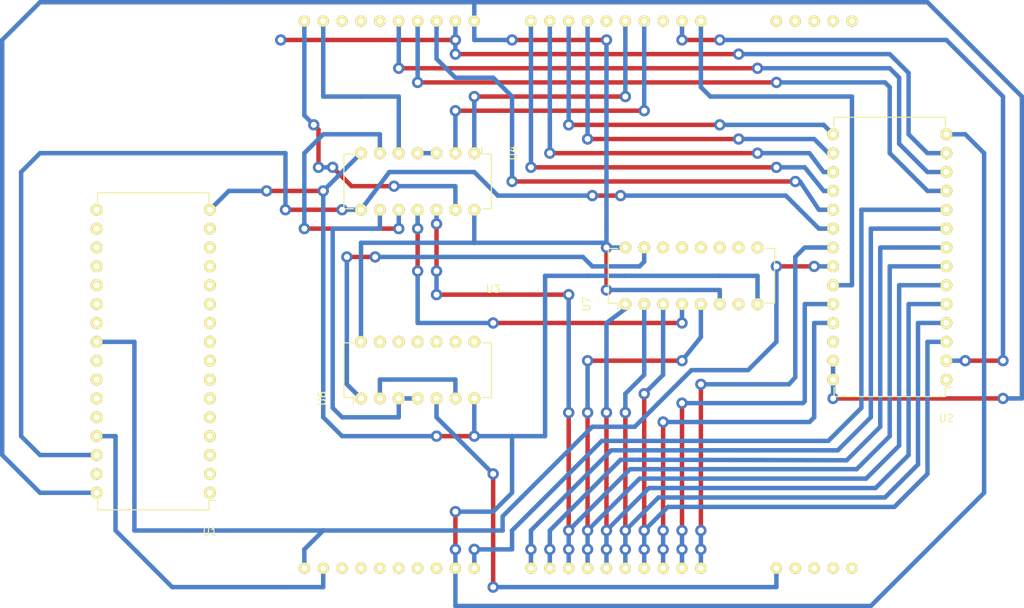
<source format=kicad_pcb>
(kicad_pcb (version 4) (host pcbnew 4.0.2-4+6225~38~ubuntu14.04.1-stable)

  (general
    (links 64)
    (no_connects 9)
    (area 83.319999 68.079999 221.480002 150.360002)
    (thickness 1.6)
    (drawings 0)
    (tracks 442)
    (zones 0)
    (modules 6)
    (nets 76)
  )

  (page A4)
  (layers
    (0 F.Cu signal)
    (31 B.Cu signal)
    (32 B.Adhes user)
    (33 F.Adhes user)
    (34 B.Paste user)
    (35 F.Paste user)
    (36 B.SilkS user)
    (37 F.SilkS user)
    (38 B.Mask user)
    (39 F.Mask user)
    (40 Dwgs.User user)
    (41 Cmts.User user)
    (42 Eco1.User user)
    (43 Eco2.User user)
    (44 Edge.Cuts user)
    (45 Margin user)
    (46 B.CrtYd user)
    (47 F.CrtYd user)
    (48 B.Fab user)
    (49 F.Fab user)
  )

  (setup
    (last_trace_width 0.6)
    (trace_clearance 0.2)
    (zone_clearance 0.508)
    (zone_45_only no)
    (trace_min 0.2)
    (segment_width 0.2)
    (edge_width 0.15)
    (via_size 1.521)
    (via_drill 0.8)
    (via_min_size 0.4)
    (via_min_drill 0.3)
    (user_via 1.4 0.8)
    (uvia_size 0.3)
    (uvia_drill 0.1)
    (uvias_allowed no)
    (uvia_min_size 0.2)
    (uvia_min_drill 0.1)
    (pcb_text_width 0.3)
    (pcb_text_size 1.5 1.5)
    (mod_edge_width 0.15)
    (mod_text_size 1 1)
    (mod_text_width 0.15)
    (pad_size 1.524 1.524)
    (pad_drill 0.762)
    (pad_to_mask_clearance 0.2)
    (aux_axis_origin 0 0)
    (visible_elements FFFFFF7F)
    (pcbplotparams
      (layerselection 0x00030_80000001)
      (usegerberextensions false)
      (excludeedgelayer true)
      (linewidth 0.100000)
      (plotframeref false)
      (viasonmask false)
      (mode 1)
      (useauxorigin false)
      (hpglpennumber 1)
      (hpglpenspeed 20)
      (hpglpendiameter 15)
      (hpglpenoverlay 2)
      (psnegative false)
      (psa4output false)
      (plotreference true)
      (plotvalue true)
      (plotinvisibletext false)
      (padsonsilk false)
      (subtractmaskfromsilk false)
      (outputformat 1)
      (mirror false)
      (drillshape 1)
      (scaleselection 1)
      (outputdirectory ""))
  )

  (net 0 "")
  (net 1 a14)
  (net 2 a12)
  (net 3 a7)
  (net 4 a6)
  (net 5 a5)
  (net 6 a4)
  (net 7 a3)
  (net 8 a2)
  (net 9 a1)
  (net 10 a0)
  (net 11 d0)
  (net 12 d1)
  (net 13 d2)
  (net 14 GND)
  (net 15 d3)
  (net 16 d4)
  (net 17 d5)
  (net 18 d6)
  (net 19 d7)
  (net 20 a10)
  (net 21 a11)
  (net 22 a9)
  (net 23 a8)
  (net 24 a13)
  (net 25 a15)
  (net 26 VCC)
  (net 27 "Net-(U2-Pad1)")
  (net 28 "Net-(U2-Pad26)")
  (net 29 "Net-(U3-Pad25)")
  (net 30 "Net-(U3-Pad16)")
  (net 31 "Net-(U3-Pad17)")
  (net 32 "Net-(U3-Pad18)")
  (net 33 "Net-(U3-Pad6)")
  (net 34 "Net-(U3-Pad23)")
  (net 35 "Net-(U3-Pad24)")
  (net 36 "Net-(U3-Pad26)")
  (net 37 "Net-(U3-Pad27)")
  (net 38 "Net-(U3-Pad28)")
  (net 39 rd)
  (net 40 "Net-(U1-Pad2)")
  (net 41 "Net-(U1-Pad3)")
  (net 42 "Net-(U1-Pad4)")
  (net 43 "Net-(U1-Pad5)")
  (net 44 "Net-(U1-Pad6)")
  (net 45 "Net-(U1-Pad7)")
  (net 46 "Net-(U1-Pad8)")
  (net 47 "Net-(U1-Pad9)")
  (net 48 "Net-(U1-Pad10)")
  (net 49 "Net-(U1-Pad11)")
  (net 50 "Net-(U1-Pad12)")
  (net 51 mreq)
  (net 52 "Net-(U1-Pad23)")
  (net 53 "Net-(U1-Pad25)")
  (net 54 "Net-(U1-Pad26)")
  (net 55 "Net-(U1-Pad27)")
  (net 56 "Net-(U1-Pad28)")
  (net 57 wr)
  (net 58 "Net-(U1-Pad30)")
  (net 59 "Net-(U1-Pad31)")
  (net 60 iorq)
  (net 61 reset)
  (net 62 "Net-(U4-Pad3)")
  (net 63 "Net-(U4-Pad10)")
  (net 64 "Net-(U4-Pad9)")
  (net 65 "Net-(U4-Pad11)")
  (net 66 "Net-(U6-Pad1)")
  (net 67 "Net-(U6-Pad2)")
  (net 68 "Net-(U7-Pad7)")
  (net 69 "Net-(U7-Pad9)")
  (net 70 "Net-(U7-Pad10)")
  (net 71 "Net-(U7-Pad11)")
  (net 72 "Net-(U7-Pad12)")
  (net 73 "Net-(U7-Pad13)")
  (net 74 "Net-(U7-Pad14)")
  (net 75 "Net-(U3-Pad47)")

  (net_class Default "This is the default net class."
    (clearance 0.2)
    (trace_width 0.6)
    (via_dia 1.521)
    (via_drill 0.8)
    (uvia_dia 0.3)
    (uvia_drill 0.1)
    (add_net GND)
    (add_net "Net-(U1-Pad10)")
    (add_net "Net-(U1-Pad11)")
    (add_net "Net-(U1-Pad12)")
    (add_net "Net-(U1-Pad2)")
    (add_net "Net-(U1-Pad23)")
    (add_net "Net-(U1-Pad25)")
    (add_net "Net-(U1-Pad26)")
    (add_net "Net-(U1-Pad27)")
    (add_net "Net-(U1-Pad28)")
    (add_net "Net-(U1-Pad3)")
    (add_net "Net-(U1-Pad30)")
    (add_net "Net-(U1-Pad31)")
    (add_net "Net-(U1-Pad4)")
    (add_net "Net-(U1-Pad5)")
    (add_net "Net-(U1-Pad6)")
    (add_net "Net-(U1-Pad7)")
    (add_net "Net-(U1-Pad8)")
    (add_net "Net-(U1-Pad9)")
    (add_net "Net-(U2-Pad1)")
    (add_net "Net-(U2-Pad26)")
    (add_net "Net-(U3-Pad16)")
    (add_net "Net-(U3-Pad17)")
    (add_net "Net-(U3-Pad18)")
    (add_net "Net-(U3-Pad23)")
    (add_net "Net-(U3-Pad24)")
    (add_net "Net-(U3-Pad25)")
    (add_net "Net-(U3-Pad26)")
    (add_net "Net-(U3-Pad27)")
    (add_net "Net-(U3-Pad28)")
    (add_net "Net-(U3-Pad47)")
    (add_net "Net-(U3-Pad6)")
    (add_net "Net-(U4-Pad10)")
    (add_net "Net-(U4-Pad11)")
    (add_net "Net-(U4-Pad3)")
    (add_net "Net-(U4-Pad9)")
    (add_net "Net-(U6-Pad1)")
    (add_net "Net-(U6-Pad2)")
    (add_net "Net-(U7-Pad10)")
    (add_net "Net-(U7-Pad11)")
    (add_net "Net-(U7-Pad12)")
    (add_net "Net-(U7-Pad13)")
    (add_net "Net-(U7-Pad14)")
    (add_net "Net-(U7-Pad7)")
    (add_net "Net-(U7-Pad9)")
    (add_net VCC)
    (add_net a0)
    (add_net a1)
    (add_net a10)
    (add_net a11)
    (add_net a12)
    (add_net a13)
    (add_net a14)
    (add_net a15)
    (add_net a2)
    (add_net a3)
    (add_net a4)
    (add_net a5)
    (add_net a6)
    (add_net a7)
    (add_net a8)
    (add_net a9)
    (add_net d0)
    (add_net d1)
    (add_net d2)
    (add_net d3)
    (add_net d4)
    (add_net d5)
    (add_net d6)
    (add_net d7)
    (add_net iorq)
    (add_net mreq)
    (add_net rd)
    (add_net reset)
    (add_net wr)
  )

  (module Housings_DIP:DIP-28_W15.24mm (layer F.Cu) (tedit 54130A77) (tstamp 5753164E)
    (at 210.82 119.38 180)
    (descr "28-lead dip package, row spacing 15.24 mm (600 mils)")
    (tags "dil dip 2.54 600")
    (path /5753185F)
    (fp_text reference U2 (at 0 -5.22 180) (layer F.SilkS)
      (effects (font (size 1 1) (thickness 0.15)))
    )
    (fp_text value 2764 (at 0 -3.72 180) (layer F.Fab)
      (effects (font (size 1 1) (thickness 0.15)))
    )
    (fp_line (start -1.05 -2.45) (end -1.05 35.5) (layer F.CrtYd) (width 0.05))
    (fp_line (start 16.3 -2.45) (end 16.3 35.5) (layer F.CrtYd) (width 0.05))
    (fp_line (start -1.05 -2.45) (end 16.3 -2.45) (layer F.CrtYd) (width 0.05))
    (fp_line (start -1.05 35.5) (end 16.3 35.5) (layer F.CrtYd) (width 0.05))
    (fp_line (start 0.135 -2.295) (end 0.135 -1.025) (layer F.SilkS) (width 0.15))
    (fp_line (start 15.105 -2.295) (end 15.105 -1.025) (layer F.SilkS) (width 0.15))
    (fp_line (start 15.105 35.315) (end 15.105 34.045) (layer F.SilkS) (width 0.15))
    (fp_line (start 0.135 35.315) (end 0.135 34.045) (layer F.SilkS) (width 0.15))
    (fp_line (start 0.135 -2.295) (end 15.105 -2.295) (layer F.SilkS) (width 0.15))
    (fp_line (start 0.135 35.315) (end 15.105 35.315) (layer F.SilkS) (width 0.15))
    (fp_line (start 0.135 -1.025) (end -0.8 -1.025) (layer F.SilkS) (width 0.15))
    (pad 1 thru_hole oval (at 0 0 180) (size 1.6 1.6) (drill 0.8) (layers *.Cu *.Mask F.SilkS)
      (net 27 "Net-(U2-Pad1)"))
    (pad 2 thru_hole oval (at 0 2.54 180) (size 1.6 1.6) (drill 0.8) (layers *.Cu *.Mask F.SilkS)
      (net 2 a12))
    (pad 3 thru_hole oval (at 0 5.08 180) (size 1.6 1.6) (drill 0.8) (layers *.Cu *.Mask F.SilkS)
      (net 3 a7))
    (pad 4 thru_hole oval (at 0 7.62 180) (size 1.6 1.6) (drill 0.8) (layers *.Cu *.Mask F.SilkS)
      (net 4 a6))
    (pad 5 thru_hole oval (at 0 10.16 180) (size 1.6 1.6) (drill 0.8) (layers *.Cu *.Mask F.SilkS)
      (net 5 a5))
    (pad 6 thru_hole oval (at 0 12.7 180) (size 1.6 1.6) (drill 0.8) (layers *.Cu *.Mask F.SilkS)
      (net 6 a4))
    (pad 7 thru_hole oval (at 0 15.24 180) (size 1.6 1.6) (drill 0.8) (layers *.Cu *.Mask F.SilkS)
      (net 7 a3))
    (pad 8 thru_hole oval (at 0 17.78 180) (size 1.6 1.6) (drill 0.8) (layers *.Cu *.Mask F.SilkS)
      (net 8 a2))
    (pad 9 thru_hole oval (at 0 20.32 180) (size 1.6 1.6) (drill 0.8) (layers *.Cu *.Mask F.SilkS)
      (net 9 a1))
    (pad 10 thru_hole oval (at 0 22.86 180) (size 1.6 1.6) (drill 0.8) (layers *.Cu *.Mask F.SilkS)
      (net 10 a0))
    (pad 11 thru_hole oval (at 0 25.4 180) (size 1.6 1.6) (drill 0.8) (layers *.Cu *.Mask F.SilkS)
      (net 11 d0))
    (pad 12 thru_hole oval (at 0 27.94 180) (size 1.6 1.6) (drill 0.8) (layers *.Cu *.Mask F.SilkS)
      (net 12 d1))
    (pad 13 thru_hole oval (at 0 30.48 180) (size 1.6 1.6) (drill 0.8) (layers *.Cu *.Mask F.SilkS)
      (net 13 d2))
    (pad 14 thru_hole oval (at 0 33.02 180) (size 1.6 1.6) (drill 0.8) (layers *.Cu *.Mask F.SilkS)
      (net 14 GND))
    (pad 15 thru_hole oval (at 15.24 33.02 180) (size 1.6 1.6) (drill 0.8) (layers *.Cu *.Mask F.SilkS)
      (net 15 d3))
    (pad 16 thru_hole oval (at 15.24 30.48 180) (size 1.6 1.6) (drill 0.8) (layers *.Cu *.Mask F.SilkS)
      (net 16 d4))
    (pad 17 thru_hole oval (at 15.24 27.94 180) (size 1.6 1.6) (drill 0.8) (layers *.Cu *.Mask F.SilkS)
      (net 17 d5))
    (pad 18 thru_hole oval (at 15.24 25.4 180) (size 1.6 1.6) (drill 0.8) (layers *.Cu *.Mask F.SilkS)
      (net 18 d6))
    (pad 19 thru_hole oval (at 15.24 22.86 180) (size 1.6 1.6) (drill 0.8) (layers *.Cu *.Mask F.SilkS)
      (net 19 d7))
    (pad 20 thru_hole oval (at 15.24 20.32 180) (size 1.6 1.6) (drill 0.8) (layers *.Cu *.Mask F.SilkS)
      (net 58 "Net-(U1-Pad30)"))
    (pad 21 thru_hole oval (at 15.24 17.78 180) (size 1.6 1.6) (drill 0.8) (layers *.Cu *.Mask F.SilkS)
      (net 20 a10))
    (pad 22 thru_hole oval (at 15.24 15.24 180) (size 1.6 1.6) (drill 0.8) (layers *.Cu *.Mask F.SilkS)
      (net 39 rd))
    (pad 23 thru_hole oval (at 15.24 12.7 180) (size 1.6 1.6) (drill 0.8) (layers *.Cu *.Mask F.SilkS)
      (net 21 a11))
    (pad 24 thru_hole oval (at 15.24 10.16 180) (size 1.6 1.6) (drill 0.8) (layers *.Cu *.Mask F.SilkS)
      (net 22 a9))
    (pad 25 thru_hole oval (at 15.24 7.62 180) (size 1.6 1.6) (drill 0.8) (layers *.Cu *.Mask F.SilkS)
      (net 23 a8))
    (pad 26 thru_hole oval (at 15.24 5.08 180) (size 1.6 1.6) (drill 0.8) (layers *.Cu *.Mask F.SilkS)
      (net 28 "Net-(U2-Pad26)"))
    (pad 27 thru_hole oval (at 15.24 2.54 180) (size 1.6 1.6) (drill 0.8) (layers *.Cu *.Mask F.SilkS)
      (net 26 VCC))
    (pad 28 thru_hole oval (at 15.24 0 180) (size 1.6 1.6) (drill 0.8) (layers *.Cu *.Mask F.SilkS)
      (net 26 VCC))
    (model Housings_DIP.3dshapes/DIP-28_W15.24mm.wrl
      (at (xyz 0 0 0))
      (scale (xyz 1 1 1))
      (rotate (xyz 0 0 0))
    )
  )

  (module kicad:z80systemboard (layer F.Cu) (tedit 572E37BF) (tstamp 57531684)
    (at 149.86 106.68)
    (path /57531120)
    (fp_text reference U3 (at 0 0.5) (layer F.SilkS)
      (effects (font (size 1 1) (thickness 0.15)))
    )
    (fp_text value z80pcb (at 0 -0.5) (layer F.Fab)
      (effects (font (size 1 1) (thickness 0.15)))
    )
    (pad 25 thru_hole circle (at -15.24 38.1) (size 1.524 1.524) (drill 0.762) (layers *.Cu *.Mask F.SilkS)
      (net 29 "Net-(U3-Pad25)"))
    (pad 9 thru_hole circle (at 7.62 -35.56) (size 1.524 1.524) (drill 0.762) (layers *.Cu *.Mask F.SilkS)
      (net 17 d5))
    (pad 12 thru_hole circle (at -5.08 -35.56) (size 1.524 1.524) (drill 0.762) (layers *.Cu *.Mask F.SilkS)
      (net 13 d2))
    (pad 11 thru_hole circle (at -2.54 -35.56) (size 1.524 1.524) (drill 0.762) (layers *.Cu *.Mask F.SilkS)
      (net 26 VCC))
    (pad 13 thru_hole circle (at -7.62 -35.56) (size 1.524 1.524) (drill 0.762) (layers *.Cu *.Mask F.SilkS)
      (net 19 d7))
    (pad 14 thru_hole circle (at -10.16 -35.56) (size 1.524 1.524) (drill 0.762) (layers *.Cu *.Mask F.SilkS)
      (net 11 d0))
    (pad 15 thru_hole circle (at -12.7 -35.56) (size 1.524 1.524) (drill 0.762) (layers *.Cu *.Mask F.SilkS)
      (net 12 d1))
    (pad 16 thru_hole circle (at -15.24 -35.56) (size 1.524 1.524) (drill 0.762) (layers *.Cu *.Mask F.SilkS)
      (net 30 "Net-(U3-Pad16)"))
    (pad 17 thru_hole circle (at -17.78 -35.56) (size 1.524 1.524) (drill 0.762) (layers *.Cu *.Mask F.SilkS)
      (net 31 "Net-(U3-Pad17)"))
    (pad 18 thru_hole circle (at -20.32 -35.56) (size 1.524 1.524) (drill 0.762) (layers *.Cu *.Mask F.SilkS)
      (net 32 "Net-(U3-Pad18)"))
    (pad 19 thru_hole circle (at -22.86 -35.56) (size 1.524 1.524) (drill 0.762) (layers *.Cu *.Mask F.SilkS)
      (net 51 mreq))
    (pad 20 thru_hole circle (at -25.4 -35.56) (size 1.524 1.524) (drill 0.762) (layers *.Cu *.Mask F.SilkS)
      (net 60 iorq))
    (pad 8 thru_hole circle (at 10.16 -35.56) (size 1.524 1.524) (drill 0.762) (layers *.Cu *.Mask F.SilkS)
      (net 15 d3))
    (pad 7 thru_hole circle (at 12.7 -35.56) (size 1.524 1.524) (drill 0.762) (layers *.Cu *.Mask F.SilkS)
      (net 16 d4))
    (pad 6 thru_hole circle (at 15.24 -35.56) (size 1.524 1.524) (drill 0.762) (layers *.Cu *.Mask F.SilkS)
      (net 33 "Net-(U3-Pad6)"))
    (pad 5 thru_hole circle (at 17.78 -35.56) (size 1.524 1.524) (drill 0.762) (layers *.Cu *.Mask F.SilkS)
      (net 25 a15))
    (pad 4 thru_hole circle (at 20.32 -35.56) (size 1.524 1.524) (drill 0.762) (layers *.Cu *.Mask F.SilkS)
      (net 1 a14))
    (pad 3 thru_hole circle (at 22.86 -35.56) (size 1.524 1.524) (drill 0.762) (layers *.Cu *.Mask F.SilkS)
      (net 24 a13))
    (pad 2 thru_hole circle (at 25.4 -35.56) (size 1.524 1.524) (drill 0.762) (layers *.Cu *.Mask F.SilkS)
      (net 2 a12))
    (pad 1 thru_hole circle (at 27.94 -35.56) (size 1.524 1.524) (drill 0.762) (layers *.Cu *.Mask F.SilkS)
      (net 21 a11))
    (pad 10 thru_hole circle (at 5.08 -35.56) (size 1.524 1.524) (drill 0.762) (layers *.Cu *.Mask F.SilkS)
      (net 18 d6))
    (pad 21 thru_hole circle (at -25.4 38.1) (size 1.524 1.524) (drill 0.762) (layers *.Cu *.Mask F.SilkS)
      (net 39 rd))
    (pad 22 thru_hole circle (at -22.86 38.1) (size 1.524 1.524) (drill 0.762) (layers *.Cu *.Mask F.SilkS)
      (net 57 wr))
    (pad 23 thru_hole circle (at -20.32 38.1) (size 1.524 1.524) (drill 0.762) (layers *.Cu *.Mask F.SilkS)
      (net 34 "Net-(U3-Pad23)"))
    (pad 24 thru_hole circle (at -17.78 38.1) (size 1.524 1.524) (drill 0.762) (layers *.Cu *.Mask F.SilkS)
      (net 35 "Net-(U3-Pad24)"))
    (pad 26 thru_hole circle (at -12.7 38.1) (size 1.524 1.524) (drill 0.762) (layers *.Cu *.Mask F.SilkS)
      (net 36 "Net-(U3-Pad26)"))
    (pad 27 thru_hole circle (at -10.16 38.1) (size 1.524 1.524) (drill 0.762) (layers *.Cu *.Mask F.SilkS)
      (net 37 "Net-(U3-Pad27)"))
    (pad 28 thru_hole circle (at -7.62 38.1) (size 1.524 1.524) (drill 0.762) (layers *.Cu *.Mask F.SilkS)
      (net 38 "Net-(U3-Pad28)"))
    (pad 29 thru_hole circle (at -5.08 38.1) (size 1.524 1.524) (drill 0.762) (layers *.Cu *.Mask F.SilkS)
      (net 14 GND))
    (pad 30 thru_hole circle (at -2.54 38.1) (size 1.524 1.524) (drill 0.762) (layers *.Cu *.Mask F.SilkS)
      (net 10 a0))
    (pad 31 thru_hole circle (at 5.08 38.1) (size 1.524 1.524) (drill 0.762) (layers *.Cu *.Mask F.SilkS)
      (net 9 a1))
    (pad 32 thru_hole circle (at 7.62 38.1) (size 1.524 1.524) (drill 0.762) (layers *.Cu *.Mask F.SilkS)
      (net 8 a2))
    (pad 33 thru_hole circle (at 10.16 38.1) (size 1.524 1.524) (drill 0.762) (layers *.Cu *.Mask F.SilkS)
      (net 7 a3))
    (pad 34 thru_hole circle (at 12.7 38.1) (size 1.524 1.524) (drill 0.762) (layers *.Cu *.Mask F.SilkS)
      (net 6 a4))
    (pad 35 thru_hole circle (at 15.24 38.1) (size 1.524 1.524) (drill 0.762) (layers *.Cu *.Mask F.SilkS)
      (net 5 a5))
    (pad 36 thru_hole circle (at 17.78 38.1) (size 1.524 1.524) (drill 0.762) (layers *.Cu *.Mask F.SilkS)
      (net 4 a6))
    (pad 37 thru_hole circle (at 20.32 38.1) (size 1.524 1.524) (drill 0.762) (layers *.Cu *.Mask F.SilkS)
      (net 3 a7))
    (pad 38 thru_hole circle (at 22.86 38.1) (size 1.524 1.524) (drill 0.762) (layers *.Cu *.Mask F.SilkS)
      (net 23 a8))
    (pad 39 thru_hole circle (at 25.4 38.1) (size 1.524 1.524) (drill 0.762) (layers *.Cu *.Mask F.SilkS)
      (net 22 a9))
    (pad 40 thru_hole circle (at 27.94 38.1) (size 1.524 1.524) (drill 0.762) (layers *.Cu *.Mask F.SilkS)
      (net 20 a10))
    (pad 45 thru_hole circle (at 38.1 -35.56) (size 1.524 1.524) (drill 0.762) (layers *.Cu *.Mask F.SilkS))
    (pad 44 thru_hole circle (at 40.64 -35.56) (size 1.524 1.524) (drill 0.762) (layers *.Cu *.Mask F.SilkS))
    (pad 43 thru_hole circle (at 43.18 -35.56) (size 1.524 1.524) (drill 0.762) (layers *.Cu *.Mask F.SilkS))
    (pad 42 thru_hole circle (at 45.72 -35.56) (size 1.524 1.524) (drill 0.762) (layers *.Cu *.Mask F.SilkS))
    (pad 41 thru_hole circle (at 48.26 -35.56) (size 1.524 1.524) (drill 0.762) (layers *.Cu *.Mask F.SilkS))
    (pad 46 thru_hole circle (at 38.1 38.1) (size 1.524 1.524) (drill 0.762) (layers *.Cu *.Mask F.SilkS)
      (net 61 reset))
    (pad 47 thru_hole circle (at 40.64 38.1) (size 1.524 1.524) (drill 0.762) (layers *.Cu *.Mask F.SilkS)
      (net 75 "Net-(U3-Pad47)"))
    (pad 48 thru_hole circle (at 43.18 38.1) (size 1.524 1.524) (drill 0.762) (layers *.Cu *.Mask F.SilkS))
    (pad 49 thru_hole circle (at 45.72 38.1) (size 1.524 1.524) (drill 0.762) (layers *.Cu *.Mask F.SilkS))
    (pad 50 thru_hole circle (at 48.26 38.1) (size 1.524 1.524) (drill 0.762) (layers *.Cu *.Mask F.SilkS))
  )

  (module Housings_DIP:DIP-32_W15.24mm (layer F.Cu) (tedit 54130A77) (tstamp 5753AD12)
    (at 111.76 134.62 180)
    (descr "32-lead dip package, row spacing 15.24 mm (600 mils)")
    (tags "dil dip 2.54 600")
    (path /5753173A)
    (fp_text reference U1 (at 0 -5.22 180) (layer F.SilkS)
      (effects (font (size 1 1) (thickness 0.15)))
    )
    (fp_text value MS628128 (at 0 -3.72 180) (layer F.Fab)
      (effects (font (size 1 1) (thickness 0.15)))
    )
    (fp_line (start -1.05 -2.45) (end -1.05 40.55) (layer F.CrtYd) (width 0.05))
    (fp_line (start 16.3 -2.45) (end 16.3 40.55) (layer F.CrtYd) (width 0.05))
    (fp_line (start -1.05 -2.45) (end 16.3 -2.45) (layer F.CrtYd) (width 0.05))
    (fp_line (start -1.05 40.55) (end 16.3 40.55) (layer F.CrtYd) (width 0.05))
    (fp_line (start 0.135 -2.295) (end 0.135 -1.025) (layer F.SilkS) (width 0.15))
    (fp_line (start 15.105 -2.295) (end 15.105 -1.025) (layer F.SilkS) (width 0.15))
    (fp_line (start 15.105 40.395) (end 15.105 39.125) (layer F.SilkS) (width 0.15))
    (fp_line (start 0.135 40.395) (end 0.135 39.125) (layer F.SilkS) (width 0.15))
    (fp_line (start 0.135 -2.295) (end 15.105 -2.295) (layer F.SilkS) (width 0.15))
    (fp_line (start 0.135 40.395) (end 15.105 40.395) (layer F.SilkS) (width 0.15))
    (fp_line (start 0.135 -1.025) (end -0.8 -1.025) (layer F.SilkS) (width 0.15))
    (pad 1 thru_hole oval (at 0 0 180) (size 1.6 1.6) (drill 0.8) (layers *.Cu *.Mask F.SilkS))
    (pad 2 thru_hole oval (at 0 2.54 180) (size 1.6 1.6) (drill 0.8) (layers *.Cu *.Mask F.SilkS)
      (net 40 "Net-(U1-Pad2)"))
    (pad 3 thru_hole oval (at 0 5.08 180) (size 1.6 1.6) (drill 0.8) (layers *.Cu *.Mask F.SilkS)
      (net 41 "Net-(U1-Pad3)"))
    (pad 4 thru_hole oval (at 0 7.62 180) (size 1.6 1.6) (drill 0.8) (layers *.Cu *.Mask F.SilkS)
      (net 42 "Net-(U1-Pad4)"))
    (pad 5 thru_hole oval (at 0 10.16 180) (size 1.6 1.6) (drill 0.8) (layers *.Cu *.Mask F.SilkS)
      (net 43 "Net-(U1-Pad5)"))
    (pad 6 thru_hole oval (at 0 12.7 180) (size 1.6 1.6) (drill 0.8) (layers *.Cu *.Mask F.SilkS)
      (net 44 "Net-(U1-Pad6)"))
    (pad 7 thru_hole oval (at 0 15.24 180) (size 1.6 1.6) (drill 0.8) (layers *.Cu *.Mask F.SilkS)
      (net 45 "Net-(U1-Pad7)"))
    (pad 8 thru_hole oval (at 0 17.78 180) (size 1.6 1.6) (drill 0.8) (layers *.Cu *.Mask F.SilkS)
      (net 46 "Net-(U1-Pad8)"))
    (pad 9 thru_hole oval (at 0 20.32 180) (size 1.6 1.6) (drill 0.8) (layers *.Cu *.Mask F.SilkS)
      (net 47 "Net-(U1-Pad9)"))
    (pad 10 thru_hole oval (at 0 22.86 180) (size 1.6 1.6) (drill 0.8) (layers *.Cu *.Mask F.SilkS)
      (net 48 "Net-(U1-Pad10)"))
    (pad 11 thru_hole oval (at 0 25.4 180) (size 1.6 1.6) (drill 0.8) (layers *.Cu *.Mask F.SilkS)
      (net 49 "Net-(U1-Pad11)"))
    (pad 12 thru_hole oval (at 0 27.94 180) (size 1.6 1.6) (drill 0.8) (layers *.Cu *.Mask F.SilkS)
      (net 50 "Net-(U1-Pad12)"))
    (pad 13 thru_hole oval (at 0 30.48 180) (size 1.6 1.6) (drill 0.8) (layers *.Cu *.Mask F.SilkS)
      (net 11 d0))
    (pad 14 thru_hole oval (at 0 33.02 180) (size 1.6 1.6) (drill 0.8) (layers *.Cu *.Mask F.SilkS)
      (net 15 d3))
    (pad 15 thru_hole oval (at 0 35.56 180) (size 1.6 1.6) (drill 0.8) (layers *.Cu *.Mask F.SilkS)
      (net 13 d2))
    (pad 16 thru_hole oval (at 0 38.1 180) (size 1.6 1.6) (drill 0.8) (layers *.Cu *.Mask F.SilkS)
      (net 14 GND))
    (pad 17 thru_hole oval (at 15.24 38.1 180) (size 1.6 1.6) (drill 0.8) (layers *.Cu *.Mask F.SilkS)
      (net 12 d1))
    (pad 18 thru_hole oval (at 15.24 35.56 180) (size 1.6 1.6) (drill 0.8) (layers *.Cu *.Mask F.SilkS)
      (net 16 d4))
    (pad 19 thru_hole oval (at 15.24 33.02 180) (size 1.6 1.6) (drill 0.8) (layers *.Cu *.Mask F.SilkS)
      (net 17 d5))
    (pad 20 thru_hole oval (at 15.24 30.48 180) (size 1.6 1.6) (drill 0.8) (layers *.Cu *.Mask F.SilkS)
      (net 18 d6))
    (pad 21 thru_hole oval (at 15.24 27.94 180) (size 1.6 1.6) (drill 0.8) (layers *.Cu *.Mask F.SilkS)
      (net 19 d7))
    (pad 22 thru_hole oval (at 15.24 25.4 180) (size 1.6 1.6) (drill 0.8) (layers *.Cu *.Mask F.SilkS)
      (net 51 mreq))
    (pad 23 thru_hole oval (at 15.24 22.86 180) (size 1.6 1.6) (drill 0.8) (layers *.Cu *.Mask F.SilkS)
      (net 52 "Net-(U1-Pad23)"))
    (pad 24 thru_hole oval (at 15.24 20.32 180) (size 1.6 1.6) (drill 0.8) (layers *.Cu *.Mask F.SilkS)
      (net 39 rd))
    (pad 25 thru_hole oval (at 15.24 17.78 180) (size 1.6 1.6) (drill 0.8) (layers *.Cu *.Mask F.SilkS)
      (net 53 "Net-(U1-Pad25)"))
    (pad 26 thru_hole oval (at 15.24 15.24 180) (size 1.6 1.6) (drill 0.8) (layers *.Cu *.Mask F.SilkS)
      (net 54 "Net-(U1-Pad26)"))
    (pad 27 thru_hole oval (at 15.24 12.7 180) (size 1.6 1.6) (drill 0.8) (layers *.Cu *.Mask F.SilkS)
      (net 55 "Net-(U1-Pad27)"))
    (pad 28 thru_hole oval (at 15.24 10.16 180) (size 1.6 1.6) (drill 0.8) (layers *.Cu *.Mask F.SilkS)
      (net 56 "Net-(U1-Pad28)"))
    (pad 29 thru_hole oval (at 15.24 7.62 180) (size 1.6 1.6) (drill 0.8) (layers *.Cu *.Mask F.SilkS)
      (net 57 wr))
    (pad 30 thru_hole oval (at 15.24 5.08 180) (size 1.6 1.6) (drill 0.8) (layers *.Cu *.Mask F.SilkS)
      (net 58 "Net-(U1-Pad30)"))
    (pad 31 thru_hole oval (at 15.24 2.54 180) (size 1.6 1.6) (drill 0.8) (layers *.Cu *.Mask F.SilkS)
      (net 59 "Net-(U1-Pad31)"))
    (pad 32 thru_hole oval (at 15.24 0 180) (size 1.6 1.6) (drill 0.8) (layers *.Cu *.Mask F.SilkS)
      (net 26 VCC))
    (model Housings_DIP.3dshapes/DIP-32_W15.24mm.wrl
      (at (xyz 0 0 0))
      (scale (xyz 1 1 1))
      (rotate (xyz 0 0 0))
    )
  )

  (module Housings_DIP:DIP-14_W7.62mm (layer F.Cu) (tedit 54130A77) (tstamp 5753AD2F)
    (at 147.32 88.9 270)
    (descr "14-lead dip package, row spacing 7.62 mm (300 mils)")
    (tags "dil dip 2.54 300")
    (path /57539D72)
    (fp_text reference U4 (at 0 -5.22 270) (layer F.SilkS)
      (effects (font (size 1 1) (thickness 0.15)))
    )
    (fp_text value 74LS32 (at 0 -3.72 270) (layer F.Fab)
      (effects (font (size 1 1) (thickness 0.15)))
    )
    (fp_line (start -1.05 -2.45) (end -1.05 17.7) (layer F.CrtYd) (width 0.05))
    (fp_line (start 8.65 -2.45) (end 8.65 17.7) (layer F.CrtYd) (width 0.05))
    (fp_line (start -1.05 -2.45) (end 8.65 -2.45) (layer F.CrtYd) (width 0.05))
    (fp_line (start -1.05 17.7) (end 8.65 17.7) (layer F.CrtYd) (width 0.05))
    (fp_line (start 0.135 -2.295) (end 0.135 -1.025) (layer F.SilkS) (width 0.15))
    (fp_line (start 7.485 -2.295) (end 7.485 -1.025) (layer F.SilkS) (width 0.15))
    (fp_line (start 7.485 17.535) (end 7.485 16.265) (layer F.SilkS) (width 0.15))
    (fp_line (start 0.135 17.535) (end 0.135 16.265) (layer F.SilkS) (width 0.15))
    (fp_line (start 0.135 -2.295) (end 7.485 -2.295) (layer F.SilkS) (width 0.15))
    (fp_line (start 0.135 17.535) (end 7.485 17.535) (layer F.SilkS) (width 0.15))
    (fp_line (start 0.135 -1.025) (end -0.8 -1.025) (layer F.SilkS) (width 0.15))
    (pad 1 thru_hole oval (at 0 0 270) (size 1.6 1.6) (drill 0.8) (layers *.Cu *.Mask F.SilkS)
      (net 25 a15))
    (pad 2 thru_hole oval (at 0 2.54 270) (size 1.6 1.6) (drill 0.8) (layers *.Cu *.Mask F.SilkS)
      (net 1 a14))
    (pad 3 thru_hole oval (at 0 5.08 270) (size 1.6 1.6) (drill 0.8) (layers *.Cu *.Mask F.SilkS)
      (net 62 "Net-(U4-Pad3)"))
    (pad 4 thru_hole oval (at 0 7.62 270) (size 1.6 1.6) (drill 0.8) (layers *.Cu *.Mask F.SilkS)
      (net 62 "Net-(U4-Pad3)"))
    (pad 5 thru_hole oval (at 0 10.16 270) (size 1.6 1.6) (drill 0.8) (layers *.Cu *.Mask F.SilkS)
      (net 51 mreq))
    (pad 6 thru_hole oval (at 0 12.7 270) (size 1.6 1.6) (drill 0.8) (layers *.Cu *.Mask F.SilkS)
      (net 63 "Net-(U4-Pad10)"))
    (pad 7 thru_hole oval (at 0 15.24 270) (size 1.6 1.6) (drill 0.8) (layers *.Cu *.Mask F.SilkS)
      (net 14 GND))
    (pad 8 thru_hole oval (at 7.62 15.24 270) (size 1.6 1.6) (drill 0.8) (layers *.Cu *.Mask F.SilkS)
      (net 58 "Net-(U1-Pad30)"))
    (pad 9 thru_hole oval (at 7.62 12.7 270) (size 1.6 1.6) (drill 0.8) (layers *.Cu *.Mask F.SilkS)
      (net 64 "Net-(U4-Pad9)"))
    (pad 10 thru_hole oval (at 7.62 10.16 270) (size 1.6 1.6) (drill 0.8) (layers *.Cu *.Mask F.SilkS)
      (net 63 "Net-(U4-Pad10)"))
    (pad 11 thru_hole oval (at 7.62 7.62 270) (size 1.6 1.6) (drill 0.8) (layers *.Cu *.Mask F.SilkS)
      (net 65 "Net-(U4-Pad11)"))
    (pad 12 thru_hole oval (at 7.62 5.08 270) (size 1.6 1.6) (drill 0.8) (layers *.Cu *.Mask F.SilkS)
      (net 7 a3))
    (pad 13 thru_hole oval (at 7.62 2.54 270) (size 1.6 1.6) (drill 0.8) (layers *.Cu *.Mask F.SilkS)
      (net 60 iorq))
    (pad 14 thru_hole oval (at 7.62 0 270) (size 1.6 1.6) (drill 0.8) (layers *.Cu *.Mask F.SilkS)
      (net 26 VCC))
    (model Housings_DIP.3dshapes/DIP-14_W7.62mm.wrl
      (at (xyz 0 0 0))
      (scale (xyz 1 1 1))
      (rotate (xyz 0 0 0))
    )
  )

  (module Housings_DIP:DIP-14_W7.62mm (layer F.Cu) (tedit 54130A77) (tstamp 5753AD4C)
    (at 132.08 121.92 90)
    (descr "14-lead dip package, row spacing 7.62 mm (300 mils)")
    (tags "dil dip 2.54 300")
    (path /5753C5C1)
    (fp_text reference U6 (at 0 -5.22 90) (layer F.SilkS)
      (effects (font (size 1 1) (thickness 0.15)))
    )
    (fp_text value 7400 (at 0 -3.72 90) (layer F.Fab)
      (effects (font (size 1 1) (thickness 0.15)))
    )
    (fp_line (start -1.05 -2.45) (end -1.05 17.7) (layer F.CrtYd) (width 0.05))
    (fp_line (start 8.65 -2.45) (end 8.65 17.7) (layer F.CrtYd) (width 0.05))
    (fp_line (start -1.05 -2.45) (end 8.65 -2.45) (layer F.CrtYd) (width 0.05))
    (fp_line (start -1.05 17.7) (end 8.65 17.7) (layer F.CrtYd) (width 0.05))
    (fp_line (start 0.135 -2.295) (end 0.135 -1.025) (layer F.SilkS) (width 0.15))
    (fp_line (start 7.485 -2.295) (end 7.485 -1.025) (layer F.SilkS) (width 0.15))
    (fp_line (start 7.485 17.535) (end 7.485 16.265) (layer F.SilkS) (width 0.15))
    (fp_line (start 0.135 17.535) (end 0.135 16.265) (layer F.SilkS) (width 0.15))
    (fp_line (start 0.135 -2.295) (end 7.485 -2.295) (layer F.SilkS) (width 0.15))
    (fp_line (start 0.135 17.535) (end 7.485 17.535) (layer F.SilkS) (width 0.15))
    (fp_line (start 0.135 -1.025) (end -0.8 -1.025) (layer F.SilkS) (width 0.15))
    (pad 1 thru_hole oval (at 0 0 90) (size 1.6 1.6) (drill 0.8) (layers *.Cu *.Mask F.SilkS)
      (net 66 "Net-(U6-Pad1)"))
    (pad 2 thru_hole oval (at 0 2.54 90) (size 1.6 1.6) (drill 0.8) (layers *.Cu *.Mask F.SilkS)
      (net 67 "Net-(U6-Pad2)"))
    (pad 3 thru_hole oval (at 0 5.08 90) (size 1.6 1.6) (drill 0.8) (layers *.Cu *.Mask F.SilkS)
      (net 64 "Net-(U4-Pad9)"))
    (pad 4 thru_hole oval (at 0 7.62 90) (size 1.6 1.6) (drill 0.8) (layers *.Cu *.Mask F.SilkS)
      (net 64 "Net-(U4-Pad9)"))
    (pad 5 thru_hole oval (at 0 10.16 90) (size 1.6 1.6) (drill 0.8) (layers *.Cu *.Mask F.SilkS)
      (net 61 reset))
    (pad 6 thru_hole oval (at 0 12.7 90) (size 1.6 1.6) (drill 0.8) (layers *.Cu *.Mask F.SilkS)
      (net 67 "Net-(U6-Pad2)"))
    (pad 7 thru_hole oval (at 0 15.24 90) (size 1.6 1.6) (drill 0.8) (layers *.Cu *.Mask F.SilkS)
      (net 14 GND))
    (pad 8 thru_hole oval (at 7.62 15.24 90) (size 1.6 1.6) (drill 0.8) (layers *.Cu *.Mask F.SilkS))
    (pad 9 thru_hole oval (at 7.62 12.7 90) (size 1.6 1.6) (drill 0.8) (layers *.Cu *.Mask F.SilkS))
    (pad 10 thru_hole oval (at 7.62 10.16 90) (size 1.6 1.6) (drill 0.8) (layers *.Cu *.Mask F.SilkS))
    (pad 11 thru_hole oval (at 7.62 7.62 90) (size 1.6 1.6) (drill 0.8) (layers *.Cu *.Mask F.SilkS))
    (pad 12 thru_hole oval (at 7.62 5.08 90) (size 1.6 1.6) (drill 0.8) (layers *.Cu *.Mask F.SilkS))
    (pad 13 thru_hole oval (at 7.62 2.54 90) (size 1.6 1.6) (drill 0.8) (layers *.Cu *.Mask F.SilkS))
    (pad 14 thru_hole oval (at 7.62 0 90) (size 1.6 1.6) (drill 0.8) (layers *.Cu *.Mask F.SilkS)
      (net 26 VCC))
    (model Housings_DIP.3dshapes/DIP-14_W7.62mm.wrl
      (at (xyz 0 0 0))
      (scale (xyz 1 1 1))
      (rotate (xyz 0 0 0))
    )
  )

  (module Housings_DIP:DIP-16_W7.62mm (layer F.Cu) (tedit 54130A77) (tstamp 5753ADE5)
    (at 167.64 109.22 90)
    (descr "16-lead dip package, row spacing 7.62 mm (300 mils)")
    (tags "dil dip 2.54 300")
    (path /5754484B)
    (fp_text reference U7 (at 0 -5.22 90) (layer F.SilkS)
      (effects (font (size 1 1) (thickness 0.15)))
    )
    (fp_text value 74LS138 (at 0 -3.72 90) (layer F.Fab)
      (effects (font (size 1 1) (thickness 0.15)))
    )
    (fp_line (start -1.05 -2.45) (end -1.05 20.25) (layer F.CrtYd) (width 0.05))
    (fp_line (start 8.65 -2.45) (end 8.65 20.25) (layer F.CrtYd) (width 0.05))
    (fp_line (start -1.05 -2.45) (end 8.65 -2.45) (layer F.CrtYd) (width 0.05))
    (fp_line (start -1.05 20.25) (end 8.65 20.25) (layer F.CrtYd) (width 0.05))
    (fp_line (start 0.135 -2.295) (end 0.135 -1.025) (layer F.SilkS) (width 0.15))
    (fp_line (start 7.485 -2.295) (end 7.485 -1.025) (layer F.SilkS) (width 0.15))
    (fp_line (start 7.485 20.075) (end 7.485 18.805) (layer F.SilkS) (width 0.15))
    (fp_line (start 0.135 20.075) (end 0.135 18.805) (layer F.SilkS) (width 0.15))
    (fp_line (start 0.135 -2.295) (end 7.485 -2.295) (layer F.SilkS) (width 0.15))
    (fp_line (start 0.135 20.075) (end 7.485 20.075) (layer F.SilkS) (width 0.15))
    (fp_line (start 0.135 -1.025) (end -0.8 -1.025) (layer F.SilkS) (width 0.15))
    (pad 1 thru_hole oval (at 0 0 90) (size 1.6 1.6) (drill 0.8) (layers *.Cu *.Mask F.SilkS)
      (net 5 a5))
    (pad 2 thru_hole oval (at 0 2.54 90) (size 1.6 1.6) (drill 0.8) (layers *.Cu *.Mask F.SilkS)
      (net 4 a6))
    (pad 3 thru_hole oval (at 0 5.08 90) (size 1.6 1.6) (drill 0.8) (layers *.Cu *.Mask F.SilkS)
      (net 3 a7))
    (pad 4 thru_hole oval (at 0 7.62 90) (size 1.6 1.6) (drill 0.8) (layers *.Cu *.Mask F.SilkS)
      (net 65 "Net-(U4-Pad11)"))
    (pad 5 thru_hole oval (at 0 10.16 90) (size 1.6 1.6) (drill 0.8) (layers *.Cu *.Mask F.SilkS)
      (net 6 a4))
    (pad 6 thru_hole oval (at 0 12.7 90) (size 1.6 1.6) (drill 0.8) (layers *.Cu *.Mask F.SilkS)
      (net 26 VCC))
    (pad 7 thru_hole oval (at 0 15.24 90) (size 1.6 1.6) (drill 0.8) (layers *.Cu *.Mask F.SilkS)
      (net 68 "Net-(U7-Pad7)"))
    (pad 8 thru_hole oval (at 0 17.78 90) (size 1.6 1.6) (drill 0.8) (layers *.Cu *.Mask F.SilkS)
      (net 14 GND))
    (pad 9 thru_hole oval (at 7.62 17.78 90) (size 1.6 1.6) (drill 0.8) (layers *.Cu *.Mask F.SilkS)
      (net 69 "Net-(U7-Pad9)"))
    (pad 10 thru_hole oval (at 7.62 15.24 90) (size 1.6 1.6) (drill 0.8) (layers *.Cu *.Mask F.SilkS)
      (net 70 "Net-(U7-Pad10)"))
    (pad 11 thru_hole oval (at 7.62 12.7 90) (size 1.6 1.6) (drill 0.8) (layers *.Cu *.Mask F.SilkS)
      (net 71 "Net-(U7-Pad11)"))
    (pad 12 thru_hole oval (at 7.62 10.16 90) (size 1.6 1.6) (drill 0.8) (layers *.Cu *.Mask F.SilkS)
      (net 72 "Net-(U7-Pad12)"))
    (pad 13 thru_hole oval (at 7.62 7.62 90) (size 1.6 1.6) (drill 0.8) (layers *.Cu *.Mask F.SilkS)
      (net 73 "Net-(U7-Pad13)"))
    (pad 14 thru_hole oval (at 7.62 5.08 90) (size 1.6 1.6) (drill 0.8) (layers *.Cu *.Mask F.SilkS)
      (net 74 "Net-(U7-Pad14)"))
    (pad 15 thru_hole oval (at 7.62 2.54 90) (size 1.6 1.6) (drill 0.8) (layers *.Cu *.Mask F.SilkS)
      (net 66 "Net-(U6-Pad1)"))
    (pad 16 thru_hole oval (at 7.62 0 90) (size 1.6 1.6) (drill 0.8) (layers *.Cu *.Mask F.SilkS)
      (net 26 VCC))
    (model Housings_DIP.3dshapes/DIP-16_W7.62mm.wrl
      (at (xyz 0 0 0))
      (scale (xyz 1 1 1))
      (rotate (xyz 0 0 0))
    )
  )

  (segment (start 170.18 71.12) (end 170.18 83.185) (width 0.6) (layer B.Cu) (net 1))
  (segment (start 144.78 83.185) (end 144.78 88.9) (width 0.6) (layer B.Cu) (net 1) (tstamp 5753B387))
  (via (at 144.78 83.185) (size 1.521) (drill 0.8) (layers F.Cu B.Cu) (net 1))
  (segment (start 170.18 83.185) (end 144.78 83.185) (width 0.6) (layer F.Cu) (net 1) (tstamp 5753B37E))
  (via (at 170.18 83.185) (size 1.521) (drill 0.8) (layers F.Cu B.Cu) (net 1))
  (segment (start 175.26 71.12) (end 175.26 73.66) (width 0.6) (layer B.Cu) (net 2))
  (segment (start 213.36 116.84) (end 210.82 116.84) (width 0.6) (layer B.Cu) (net 2) (tstamp 575324B0))
  (via (at 213.36 116.84) (size 1.521) (drill 0.8) (layers F.Cu B.Cu) (net 2))
  (segment (start 218.44 116.84) (end 213.36 116.84) (width 0.6) (layer F.Cu) (net 2) (tstamp 575324AC))
  (via (at 218.44 116.84) (size 1.521) (drill 0.8) (layers F.Cu B.Cu) (net 2))
  (segment (start 218.44 81.28) (end 218.44 116.84) (width 0.6) (layer B.Cu) (net 2) (tstamp 5753249F))
  (segment (start 210.82 73.66) (end 218.44 81.28) (width 0.6) (layer B.Cu) (net 2) (tstamp 5753249A))
  (segment (start 180.34 73.66) (end 210.82 73.66) (width 0.6) (layer B.Cu) (net 2) (tstamp 57532499))
  (via (at 180.34 73.66) (size 1.521) (drill 0.8) (layers F.Cu B.Cu) (net 2))
  (segment (start 175.26 73.66) (end 180.34 73.66) (width 0.6) (layer F.Cu) (net 2) (tstamp 57532488))
  (via (at 175.26 73.66) (size 1.521) (drill 0.8) (layers F.Cu B.Cu) (net 2))
  (via (at 170.18 142.24) (size 1.521) (drill 0.8) (layers F.Cu B.Cu) (net 3))
  (segment (start 170.18 139.7) (end 170.18 139.7) (width 0.6) (layer B.Cu) (net 3))
  (segment (start 208.28 114.3) (end 210.82 114.3) (width 0.6) (layer B.Cu) (net 3) (tstamp 57532018))
  (segment (start 208.28 132.08) (end 208.28 114.3) (width 0.6) (layer B.Cu) (net 3) (tstamp 57532016))
  (segment (start 203.835 136.525) (end 208.28 132.08) (width 0.6) (layer B.Cu) (net 3) (tstamp 575A550D))
  (segment (start 173.355 136.525) (end 203.835 136.525) (width 0.6) (layer B.Cu) (net 3) (tstamp 575A5509))
  (segment (start 170.18 139.7) (end 173.355 136.525) (width 0.6) (layer B.Cu) (net 3) (tstamp 575A5507))
  (via (at 170.18 139.7) (size 1.521) (drill 0.8) (layers F.Cu B.Cu) (net 3))
  (segment (start 172.72 109.22) (end 172.72 118.745) (width 0.6) (layer B.Cu) (net 3) (tstamp 575A4CC8))
  (segment (start 170.18 121.285) (end 172.72 118.745) (width 0.6) (layer B.Cu) (net 3) (tstamp 575A4CC7))
  (via (at 170.18 121.285) (size 1.521) (drill 0.8) (layers F.Cu B.Cu) (net 3))
  (segment (start 170.18 121.285) (end 170.18 139.7) (width 0.6) (layer F.Cu) (net 3) (tstamp 575A4CBF))
  (segment (start 170.18 144.78) (end 170.18 142.24) (width 0.6) (layer B.Cu) (net 3))
  (segment (start 170.18 142.24) (end 170.18 139.7) (width 0.6) (layer B.Cu) (net 3) (tstamp 575A5647))
  (via (at 167.64 142.24) (size 1.521) (drill 0.8) (layers F.Cu B.Cu) (net 4))
  (segment (start 201.93 135.255) (end 202.565 135.255) (width 0.6) (layer B.Cu) (net 4))
  (segment (start 172.085 135.255) (end 201.93 135.255) (width 0.6) (layer B.Cu) (net 4) (tstamp 575A52D5))
  (segment (start 210.82 111.76) (end 207.01 111.76) (width 0.6) (layer B.Cu) (net 4))
  (segment (start 207.01 130.81) (end 207.01 111.76) (width 0.6) (layer B.Cu) (net 4) (tstamp 5753207F))
  (segment (start 172.085 135.255) (end 167.64 139.7) (width 0.6) (layer B.Cu) (net 4))
  (segment (start 202.565 135.255) (end 207.01 130.81) (width 0.6) (layer B.Cu) (net 4) (tstamp 575A545C))
  (via (at 167.64 139.7) (size 1.521) (drill 0.8) (layers F.Cu B.Cu) (net 4))
  (segment (start 170.18 109.22) (end 170.18 118.745) (width 0.6) (layer B.Cu) (net 4) (tstamp 575A4CE3))
  (segment (start 167.64 121.285) (end 170.18 118.745) (width 0.6) (layer B.Cu) (net 4) (tstamp 575A4CE1))
  (segment (start 167.64 123.825) (end 167.64 121.285) (width 0.6) (layer B.Cu) (net 4) (tstamp 575A4CE0))
  (via (at 167.64 123.825) (size 1.521) (drill 0.8) (layers F.Cu B.Cu) (net 4))
  (segment (start 167.64 123.825) (end 167.64 139.7) (width 0.6) (layer F.Cu) (net 4) (tstamp 575A4CD3))
  (segment (start 167.64 139.7) (end 167.64 142.24) (width 0.6) (layer B.Cu) (net 4))
  (segment (start 167.64 142.24) (end 167.64 144.78) (width 0.6) (layer B.Cu) (net 4) (tstamp 575A563F))
  (segment (start 170.18 109.22) (end 170.18 109.22) (width 0.6) (layer B.Cu) (net 4) (tstamp 575A3CB2))
  (via (at 165.1 142.24) (size 1.521) (drill 0.8) (layers F.Cu B.Cu) (net 5))
  (segment (start 165.1 139.7) (end 170.815 133.985) (width 0.6) (layer B.Cu) (net 5))
  (segment (start 173.99 133.985) (end 201.295 133.985) (width 0.6) (layer B.Cu) (net 5) (tstamp 575A52A0))
  (segment (start 201.295 133.985) (end 205.74 129.54) (width 0.6) (layer B.Cu) (net 5) (tstamp 575A52A3))
  (segment (start 205.74 109.22) (end 210.82 109.22) (width 0.6) (layer B.Cu) (net 5))
  (segment (start 205.74 129.54) (end 205.74 109.22) (width 0.6) (layer B.Cu) (net 5) (tstamp 5753208F))
  (segment (start 170.815 133.985) (end 173.99 133.985) (width 0.6) (layer B.Cu) (net 5) (tstamp 575A531C))
  (via (at 165.1 139.7) (size 1.521) (drill 0.8) (layers F.Cu B.Cu) (net 5))
  (segment (start 165.1 111.76) (end 167.64 109.855) (width 0.6) (layer B.Cu) (net 5) (tstamp 575A4D50))
  (segment (start 165.1 123.825) (end 165.1 123.825) (width 0.6) (layer B.Cu) (net 5) (tstamp 575A4D4F))
  (segment (start 165.1 123.825) (end 165.1 111.76) (width 0.6) (layer B.Cu) (net 5) (tstamp 575A516E))
  (via (at 165.1 123.825) (size 1.521) (drill 0.8) (layers F.Cu B.Cu) (net 5))
  (segment (start 165.1 139.7) (end 165.1 123.825) (width 0.6) (layer F.Cu) (net 5) (tstamp 575A4D47))
  (segment (start 165.1 139.7) (end 165.1 139.7) (width 0.6) (layer F.Cu) (net 5) (tstamp 575A4D46))
  (segment (start 167.64 109.855) (end 167.64 109.22) (width 0.6) (layer B.Cu) (net 5) (tstamp 575A4D55))
  (segment (start 165.1 139.7) (end 165.1 142.24) (width 0.6) (layer B.Cu) (net 5))
  (segment (start 165.1 142.24) (end 165.1 144.78) (width 0.6) (layer B.Cu) (net 5) (tstamp 575A5638))
  (via (at 162.56 142.24) (size 1.521) (drill 0.8) (layers F.Cu B.Cu) (net 6))
  (via (at 162.56 139.7) (size 1.521) (drill 0.8) (layers F.Cu B.Cu) (net 6))
  (segment (start 177.8 109.22) (end 177.8 109.22) (width 0.6) (layer B.Cu) (net 6) (tstamp 575A4D1A))
  (segment (start 177.8 113.665) (end 177.8 109.22) (width 0.6) (layer B.Cu) (net 6) (tstamp 575A4D16))
  (segment (start 175.26 116.84) (end 177.8 113.665) (width 0.6) (layer B.Cu) (net 6) (tstamp 575A4D15))
  (via (at 175.26 116.84) (size 1.521) (drill 0.8) (layers F.Cu B.Cu) (net 6))
  (segment (start 164.465 116.84) (end 175.26 116.84) (width 0.6) (layer F.Cu) (net 6) (tstamp 575A4D0D))
  (segment (start 162.56 116.84) (end 164.465 116.84) (width 0.6) (layer F.Cu) (net 6) (tstamp 575A4D0C))
  (via (at 162.56 116.84) (size 1.521) (drill 0.8) (layers F.Cu B.Cu) (net 6))
  (segment (start 162.56 123.825) (end 162.56 123.825) (width 0.6) (layer B.Cu) (net 6) (tstamp 575A4D04))
  (segment (start 162.56 123.825) (end 162.56 116.84) (width 0.6) (layer B.Cu) (net 6) (tstamp 575A50E8))
  (via (at 162.56 123.825) (size 1.521) (drill 0.8) (layers F.Cu B.Cu) (net 6))
  (segment (start 162.56 139.7) (end 162.56 123.825) (width 0.6) (layer F.Cu) (net 6) (tstamp 575A4CFC))
  (segment (start 162.56 139.7) (end 162.56 139.7) (width 0.6) (layer F.Cu) (net 6) (tstamp 575A4CFB))
  (segment (start 162.56 139.7) (end 169.545 132.715) (width 0.6) (layer B.Cu) (net 6) (tstamp 57532095))
  (segment (start 169.545 132.715) (end 200.025 132.715) (width 0.6) (layer B.Cu) (net 6) (tstamp 57532097))
  (segment (start 200.025 132.715) (end 204.47 128.27) (width 0.6) (layer B.Cu) (net 6) (tstamp 57532099))
  (segment (start 210.82 106.68) (end 204.47 106.68) (width 0.6) (layer B.Cu) (net 6))
  (segment (start 204.47 128.27) (end 204.47 106.68) (width 0.6) (layer B.Cu) (net 6) (tstamp 5753209B))
  (segment (start 162.56 139.7) (end 162.56 142.24) (width 0.6) (layer B.Cu) (net 6))
  (segment (start 162.56 142.24) (end 162.56 144.78) (width 0.6) (layer B.Cu) (net 6) (tstamp 575A562B))
  (via (at 160.02 142.24) (size 1.521) (drill 0.8) (layers F.Cu B.Cu) (net 7))
  (segment (start 160.02 139.7) (end 168.275 131.445) (width 0.6) (layer B.Cu) (net 7))
  (segment (start 203.2 104.14) (end 210.82 104.14) (width 0.6) (layer B.Cu) (net 7))
  (segment (start 203.2 127) (end 203.2 104.14) (width 0.6) (layer B.Cu) (net 7) (tstamp 575320A7))
  (segment (start 170.815 131.445) (end 198.755 131.445) (width 0.6) (layer B.Cu) (net 7) (tstamp 575320A3))
  (segment (start 198.755 131.445) (end 203.2 127) (width 0.6) (layer B.Cu) (net 7) (tstamp 575320A5))
  (segment (start 168.275 131.445) (end 170.815 131.445) (width 0.6) (layer B.Cu) (net 7) (tstamp 575A53E3))
  (via (at 160.02 139.7) (size 1.521) (drill 0.8) (layers F.Cu B.Cu) (net 7))
  (segment (start 142.24 96.52) (end 142.24 98.425) (width 0.6) (layer B.Cu) (net 7) (tstamp 575A4D8C))
  (via (at 142.24 98.425) (size 1.521) (drill 0.8) (layers F.Cu B.Cu) (net 7))
  (segment (start 142.24 104.775) (end 142.24 98.425) (width 0.6) (layer F.Cu) (net 7) (tstamp 575A4D89))
  (via (at 142.24 104.775) (size 1.521) (drill 0.8) (layers F.Cu B.Cu) (net 7))
  (segment (start 142.24 107.95) (end 142.24 104.775) (width 0.6) (layer B.Cu) (net 7) (tstamp 575A4D86))
  (via (at 142.24 107.95) (size 1.521) (drill 0.8) (layers F.Cu B.Cu) (net 7))
  (segment (start 154.94 107.95) (end 142.24 107.95) (width 0.6) (layer F.Cu) (net 7) (tstamp 575A4D82))
  (segment (start 160.02 107.95) (end 154.94 107.95) (width 0.6) (layer F.Cu) (net 7) (tstamp 575A4D81))
  (via (at 160.02 107.95) (size 1.521) (drill 0.8) (layers F.Cu B.Cu) (net 7))
  (segment (start 160.02 122.555) (end 160.02 107.95) (width 0.6) (layer B.Cu) (net 7) (tstamp 575A4D78))
  (segment (start 160.02 123.825) (end 160.02 123.825) (width 0.6) (layer B.Cu) (net 7) (tstamp 575A4D77))
  (segment (start 160.02 123.825) (end 160.02 122.555) (width 0.6) (layer B.Cu) (net 7) (tstamp 575A508C))
  (via (at 160.02 123.825) (size 1.521) (drill 0.8) (layers F.Cu B.Cu) (net 7))
  (segment (start 160.02 123.825) (end 160.02 139.7) (width 0.6) (layer F.Cu) (net 7) (tstamp 575A4D71))
  (segment (start 160.02 139.7) (end 160.02 142.24) (width 0.6) (layer B.Cu) (net 7))
  (segment (start 160.02 142.24) (end 160.02 144.78) (width 0.6) (layer B.Cu) (net 7) (tstamp 575A561A))
  (segment (start 157.48 142.24) (end 157.48 139.7) (width 0.6) (layer B.Cu) (net 8))
  (segment (start 201.93 101.6) (end 210.82 101.6) (width 0.6) (layer B.Cu) (net 8) (tstamp 575320B5))
  (segment (start 201.93 125.73) (end 201.93 101.6) (width 0.6) (layer B.Cu) (net 8) (tstamp 575320B3))
  (segment (start 197.41418 130.24582) (end 201.93 125.73) (width 0.6) (layer B.Cu) (net 8) (tstamp 575320B1))
  (segment (start 169.545 130.175) (end 197.41418 130.24582) (width 0.6) (layer B.Cu) (net 8) (tstamp 575320AF))
  (via (at 157.48 142.24) (size 1.521) (drill 0.8) (layers F.Cu B.Cu) (net 8))
  (segment (start 167.005 130.175) (end 169.545 130.175) (width 0.6) (layer B.Cu) (net 8) (tstamp 575A53AF))
  (segment (start 157.48 139.7) (end 167.005 130.175) (width 0.6) (layer B.Cu) (net 8) (tstamp 575A53AD))
  (segment (start 157.48 144.78) (end 157.48 142.24) (width 0.6) (layer B.Cu) (net 8))
  (segment (start 157.48 142.24) (end 157.48 141.605) (width 0.6) (layer B.Cu) (net 8) (tstamp 575A5140))
  (segment (start 154.94 142.24) (end 154.94 139.7) (width 0.6) (layer B.Cu) (net 9))
  (segment (start 167.64 128.905) (end 196.215 128.905) (width 0.6) (layer B.Cu) (net 9) (tstamp 575320BA))
  (segment (start 196.215 128.905) (end 200.66 124.46) (width 0.6) (layer B.Cu) (net 9) (tstamp 575320BC))
  (segment (start 200.66 124.46) (end 200.66 99.06) (width 0.6) (layer B.Cu) (net 9) (tstamp 575320BE))
  (segment (start 210.82 99.06) (end 200.66 99.06) (width 0.6) (layer B.Cu) (net 9) (tstamp 575320C0))
  (segment (start 154.94 142.24) (end 154.94 144.78) (width 0.6) (layer B.Cu) (net 9))
  (via (at 154.94 142.24) (size 1.521) (drill 0.8) (layers F.Cu B.Cu) (net 9))
  (segment (start 165.735 128.905) (end 167.64 128.905) (width 0.6) (layer B.Cu) (net 9) (tstamp 575A53A4))
  (segment (start 154.94 139.7) (end 165.735 128.905) (width 0.6) (layer B.Cu) (net 9) (tstamp 575A53A2))
  (via (at 147.32 142.24) (size 1.521) (drill 0.8) (layers F.Cu B.Cu) (net 10))
  (segment (start 147.32 144.78) (end 147.32 142.24) (width 0.6) (layer B.Cu) (net 10))
  (segment (start 147.32 142.24) (end 152.4 142.24) (width 0.6) (layer B.Cu) (net 10) (tstamp 575A55CD))
  (segment (start 194.945 127.635) (end 199.39 123.19) (width 0.6) (layer B.Cu) (net 10) (tstamp 575320D7))
  (segment (start 194.945 127.635) (end 164.465 127.635) (width 0.6) (layer B.Cu) (net 10))
  (segment (start 164.465 127.635) (end 152.4 139.7) (width 0.6) (layer B.Cu) (net 10) (tstamp 575A3BB7))
  (segment (start 152.4 139.7) (end 152.4 142.24) (width 0.6) (layer B.Cu) (net 10) (tstamp 575A3BBA))
  (segment (start 199.39 123.19) (end 199.39 96.52) (width 0.6) (layer B.Cu) (net 10) (tstamp 575320D9))
  (segment (start 210.82 96.52) (end 199.39 96.52) (width 0.6) (layer B.Cu) (net 10) (tstamp 575320E1))
  (segment (start 187.96 79.375) (end 202.565 79.375) (width 0.6) (layer B.Cu) (net 11))
  (segment (start 208.28 93.98) (end 203.2 88.9) (width 0.6) (layer B.Cu) (net 11) (tstamp 575322A3))
  (via (at 187.96 79.375) (size 1.521) (drill 0.8) (layers F.Cu B.Cu) (net 11))
  (segment (start 187.96 79.375) (end 139.7 79.375) (width 0.6) (layer F.Cu) (net 11) (tstamp 575322BE))
  (via (at 139.7 79.375) (size 1.521) (drill 0.8) (layers F.Cu B.Cu) (net 11))
  (segment (start 139.7 71.12) (end 139.7 79.375) (width 0.6) (layer B.Cu) (net 11) (tstamp 575322C2))
  (segment (start 208.28 93.98) (end 210.82 93.98) (width 0.6) (layer B.Cu) (net 11))
  (segment (start 203.2 80.01) (end 203.2 88.9) (width 0.6) (layer B.Cu) (net 11) (tstamp 575323F3))
  (segment (start 202.565 79.375) (end 203.2 80.01) (width 0.6) (layer B.Cu) (net 11) (tstamp 575323EE))
  (segment (start 210.82 91.44) (end 208.28 91.44) (width 0.6) (layer B.Cu) (net 12))
  (segment (start 137.16 77.47) (end 137.16 71.12) (width 0.6) (layer B.Cu) (net 12) (tstamp 5753243F))
  (via (at 137.16 77.47) (size 1.521) (drill 0.8) (layers F.Cu B.Cu) (net 12))
  (segment (start 185.42 77.47) (end 137.16 77.47) (width 0.6) (layer F.Cu) (net 12) (tstamp 57532437))
  (via (at 185.42 77.47) (size 1.521) (drill 0.8) (layers F.Cu B.Cu) (net 12))
  (segment (start 203.2 77.47) (end 185.42 77.47) (width 0.6) (layer B.Cu) (net 12) (tstamp 57532432))
  (segment (start 204.47 78.74) (end 203.2 77.47) (width 0.6) (layer B.Cu) (net 12) (tstamp 5753242D))
  (segment (start 204.47 87.63) (end 204.47 78.74) (width 0.6) (layer B.Cu) (net 12) (tstamp 57532429))
  (segment (start 208.28 91.44) (end 204.47 87.63) (width 0.6) (layer B.Cu) (net 12) (tstamp 57532425))
  (via (at 144.78 73.66) (size 1.521) (drill 0.8) (layers F.Cu B.Cu) (net 13))
  (via (at 121.285 73.66) (size 1.521) (drill 0.8) (layers F.Cu B.Cu) (net 13))
  (segment (start 144.78 73.66) (end 121.285 73.66) (width 0.6) (layer F.Cu) (net 13) (tstamp 575A496D))
  (segment (start 210.82 88.9) (end 208.28 88.9) (width 0.6) (layer B.Cu) (net 13))
  (segment (start 144.78 75.565) (end 144.78 73.66) (width 0.6) (layer B.Cu) (net 13) (tstamp 57532470))
  (segment (start 144.78 73.66) (end 144.78 71.12) (width 0.6) (layer B.Cu) (net 13) (tstamp 575A496A))
  (via (at 144.78 75.565) (size 1.521) (drill 0.8) (layers F.Cu B.Cu) (net 13))
  (segment (start 182.88 75.565) (end 144.78 75.565) (width 0.6) (layer F.Cu) (net 13) (tstamp 57532469))
  (via (at 182.88 75.565) (size 1.521) (drill 0.8) (layers F.Cu B.Cu) (net 13))
  (segment (start 203.2 75.565) (end 182.88 75.565) (width 0.6) (layer B.Cu) (net 13) (tstamp 57532463))
  (segment (start 205.74 78.105) (end 203.2 75.565) (width 0.6) (layer B.Cu) (net 13) (tstamp 57532461))
  (segment (start 205.74 86.36) (end 205.74 78.105) (width 0.6) (layer B.Cu) (net 13) (tstamp 57532459))
  (segment (start 208.28 88.9) (end 205.74 86.36) (width 0.6) (layer B.Cu) (net 13) (tstamp 57532450))
  (segment (start 152.4 127) (end 152.4 134.62) (width 0.6) (layer B.Cu) (net 14))
  (via (at 144.78 142.24) (size 1.521) (drill 0.8) (layers F.Cu B.Cu) (net 14))
  (segment (start 144.78 142.24) (end 144.78 137.16) (width 0.6) (layer F.Cu) (net 14) (tstamp 5753AE52))
  (via (at 144.78 137.16) (size 1.521) (drill 0.8) (layers F.Cu B.Cu) (net 14))
  (segment (start 144.78 137.16) (end 149.86 137.16) (width 0.6) (layer B.Cu) (net 14) (tstamp 5753AE55))
  (segment (start 149.86 137.16) (end 152.4 134.62) (width 0.6) (layer B.Cu) (net 14) (tstamp 5753AE56))
  (segment (start 144.78 142.24) (end 144.78 144.78) (width 0.6) (layer B.Cu) (net 14))
  (segment (start 156.845 105.41) (end 156.845 127) (width 0.6) (layer B.Cu) (net 14))
  (segment (start 162.56 105.41) (end 156.845 105.41) (width 0.6) (layer B.Cu) (net 14))
  (segment (start 156.845 127) (end 152.4 127) (width 0.6) (layer B.Cu) (net 14) (tstamp 575A5868))
  (segment (start 152.4 127) (end 147.32 127) (width 0.6) (layer B.Cu) (net 14) (tstamp 575A588F))
  (via (at 127 93.98) (size 1.521) (drill 0.8) (layers F.Cu B.Cu) (net 14))
  (segment (start 111.76 96.52) (end 114.3 93.98) (width 0.6) (layer B.Cu) (net 14) (tstamp 575A483D))
  (segment (start 119.38 93.98) (end 114.3 93.98) (width 0.6) (layer B.Cu) (net 14) (tstamp 575A483C))
  (via (at 119.38 93.98) (size 1.521) (drill 0.8) (layers F.Cu B.Cu) (net 14))
  (segment (start 119.38 93.98) (end 127 93.98) (width 0.6) (layer F.Cu) (net 14) (tstamp 575A4839))
  (segment (start 127 124.46) (end 129.54 127) (width 0.6) (layer B.Cu) (net 14))
  (segment (start 129.54 127) (end 142.24 127) (width 0.6) (layer B.Cu) (net 14) (tstamp 575A4410))
  (via (at 142.24 127) (size 1.521) (drill 0.8) (layers F.Cu B.Cu) (net 14))
  (segment (start 142.24 127) (end 147.32 127) (width 0.6) (layer F.Cu) (net 14) (tstamp 575A4418))
  (via (at 147.32 127) (size 1.521) (drill 0.8) (layers F.Cu B.Cu) (net 14))
  (segment (start 127 124.46) (end 127 93.98) (width 0.6) (layer B.Cu) (net 14))
  (segment (start 132.08 88.9) (end 132.08 88.9) (width 0.6) (layer B.Cu) (net 14))
  (segment (start 132.08 88.9) (end 127 93.98) (width 0.6) (layer B.Cu) (net 14) (tstamp 575A43FB))
  (segment (start 127 93.98) (end 127 93.98) (width 0.6) (layer B.Cu) (net 14) (tstamp 575A4836))
  (segment (start 147.32 127) (end 147.32 121.92) (width 0.6) (layer B.Cu) (net 14) (tstamp 575A441C))
  (segment (start 167.64 105.41) (end 162.56 105.41) (width 0.6) (layer B.Cu) (net 14))
  (segment (start 162.56 105.41) (end 162.56 105.41) (width 0.6) (layer B.Cu) (net 14) (tstamp 575A4231))
  (segment (start 180.34 105.41) (end 167.64 105.41) (width 0.6) (layer B.Cu) (net 14))
  (segment (start 180.34 105.41) (end 185.42 105.41) (width 0.6) (layer B.Cu) (net 14) (tstamp 5753AE5F))
  (segment (start 185.42 105.41) (end 185.42 109.22) (width 0.6) (layer B.Cu) (net 14) (tstamp 5753AE66) (status 20))
  (segment (start 144.78 144.78) (end 144.78 149.86) (width 0.6) (layer B.Cu) (net 14))
  (segment (start 144.78 149.86) (end 200.66 149.86) (width 0.6) (layer B.Cu) (net 14) (tstamp 5753216A))
  (segment (start 200.66 149.86) (end 215.9 134.62) (width 0.6) (layer B.Cu) (net 14) (tstamp 5753216B))
  (segment (start 215.9 134.62) (end 215.9 88.9) (width 0.6) (layer B.Cu) (net 14) (tstamp 57532171))
  (segment (start 215.9 88.9) (end 213.36 86.36) (width 0.6) (layer B.Cu) (net 14) (tstamp 57532178))
  (segment (start 213.36 86.36) (end 210.82 86.36) (width 0.6) (layer B.Cu) (net 14) (tstamp 5753217C))
  (segment (start 180.34 85.09) (end 194.31 85.09) (width 0.6) (layer B.Cu) (net 15))
  (via (at 160.02 85.09) (size 1.521) (drill 0.8) (layers F.Cu B.Cu) (net 15))
  (segment (start 160.02 85.09) (end 180.34 85.09) (width 0.6) (layer F.Cu) (net 15) (tstamp 57532684))
  (via (at 180.34 85.09) (size 1.521) (drill 0.8) (layers F.Cu B.Cu) (net 15))
  (segment (start 160.02 71.12) (end 160.02 85.09) (width 0.6) (layer B.Cu) (net 15))
  (segment (start 194.31 85.09) (end 195.58 86.36) (width 0.6) (layer B.Cu) (net 15) (tstamp 5756496C))
  (segment (start 182.88 86.995) (end 193.04 86.995) (width 0.6) (layer B.Cu) (net 16))
  (via (at 162.56 86.995) (size 1.521) (drill 0.8) (layers F.Cu B.Cu) (net 16))
  (segment (start 162.56 86.995) (end 182.88 86.995) (width 0.6) (layer F.Cu) (net 16) (tstamp 57532670))
  (via (at 182.88 86.995) (size 1.521) (drill 0.8) (layers F.Cu B.Cu) (net 16))
  (segment (start 162.56 71.12) (end 162.56 86.995) (width 0.6) (layer B.Cu) (net 16))
  (segment (start 193.04 86.995) (end 194.945 88.9) (width 0.6) (layer B.Cu) (net 16) (tstamp 5756498B))
  (segment (start 194.945 88.9) (end 195.58 88.9) (width 0.6) (layer B.Cu) (net 16) (tstamp 57564992))
  (segment (start 185.42 88.9) (end 192.405 88.9) (width 0.6) (layer B.Cu) (net 17))
  (via (at 157.48 88.9) (size 1.521) (drill 0.8) (layers F.Cu B.Cu) (net 17))
  (segment (start 157.48 88.9) (end 185.42 88.9) (width 0.6) (layer F.Cu) (net 17) (tstamp 57532693))
  (via (at 185.42 88.9) (size 1.521) (drill 0.8) (layers F.Cu B.Cu) (net 17))
  (segment (start 157.48 71.12) (end 157.48 88.9) (width 0.6) (layer B.Cu) (net 17))
  (segment (start 194.31 91.44) (end 195.58 91.44) (width 0.6) (layer B.Cu) (net 17) (tstamp 575649A7))
  (segment (start 192.405 88.9) (end 194.31 91.44) (width 0.6) (layer B.Cu) (net 17) (tstamp 5756499D))
  (segment (start 187.96 90.805) (end 191.77 90.805) (width 0.6) (layer B.Cu) (net 18))
  (via (at 187.96 90.805) (size 1.521) (drill 0.8) (layers F.Cu B.Cu) (net 18))
  (segment (start 154.94 90.805) (end 187.96 90.805) (width 0.6) (layer F.Cu) (net 18) (tstamp 575326A5))
  (via (at 154.94 90.805) (size 1.521) (drill 0.8) (layers F.Cu B.Cu) (net 18))
  (segment (start 154.94 71.12) (end 154.94 90.805) (width 0.6) (layer B.Cu) (net 18))
  (segment (start 194.31 93.98) (end 195.58 93.98) (width 0.6) (layer B.Cu) (net 18) (tstamp 575649B7))
  (segment (start 191.77 90.805) (end 194.31 93.98) (width 0.6) (layer B.Cu) (net 18) (tstamp 575649B3))
  (segment (start 190.5 92.71) (end 191.135 92.71) (width 0.6) (layer B.Cu) (net 19))
  (segment (start 142.24 76.2) (end 144.78 78.74) (width 0.6) (layer B.Cu) (net 19) (tstamp 575326B0))
  (segment (start 144.78 78.74) (end 149.86 78.74) (width 0.6) (layer B.Cu) (net 19) (tstamp 575326D0))
  (segment (start 149.86 78.74) (end 152.4 81.28) (width 0.6) (layer B.Cu) (net 19) (tstamp 575326DB))
  (segment (start 152.4 81.28) (end 152.4 92.71) (width 0.6) (layer B.Cu) (net 19) (tstamp 575326DD))
  (via (at 152.4 92.71) (size 1.521) (drill 0.8) (layers F.Cu B.Cu) (net 19))
  (segment (start 152.4 92.71) (end 190.5 92.71) (width 0.6) (layer F.Cu) (net 19) (tstamp 575326E5))
  (via (at 190.5 92.71) (size 1.521) (drill 0.8) (layers F.Cu B.Cu) (net 19))
  (segment (start 142.24 71.12) (end 142.24 76.2) (width 0.6) (layer B.Cu) (net 19))
  (segment (start 193.675 96.52) (end 195.58 96.52) (width 0.6) (layer B.Cu) (net 19) (tstamp 575649CC))
  (segment (start 191.135 92.71) (end 193.675 96.52) (width 0.6) (layer B.Cu) (net 19) (tstamp 575649C5))
  (via (at 177.8 142.24) (size 1.521) (drill 0.8) (layers F.Cu B.Cu) (net 20))
  (segment (start 195.58 101.6) (end 191.77 101.6) (width 0.6) (layer B.Cu) (net 20))
  (segment (start 177.8 139.7) (end 177.8 142.24) (width 0.6) (layer B.Cu) (net 20) (tstamp 57564732))
  (segment (start 177.8 142.24) (end 177.8 144.78) (width 0.6) (layer B.Cu) (net 20) (tstamp 575A565C))
  (via (at 177.8 139.7) (size 1.521) (drill 0.8) (layers F.Cu B.Cu) (net 20))
  (segment (start 177.8 120.65) (end 177.8 139.7) (width 0.6) (layer F.Cu) (net 20) (tstamp 5756472B))
  (segment (start 177.8 120.015) (end 177.8 120.65) (width 0.6) (layer F.Cu) (net 20) (tstamp 5756472A))
  (via (at 177.8 120.015) (size 1.521) (drill 0.8) (layers F.Cu B.Cu) (net 20))
  (segment (start 189.653333 120.015) (end 177.8 120.015) (width 0.6) (layer B.Cu) (net 20) (tstamp 57564722))
  (segment (start 190.5 119.0625) (end 189.653333 120.015) (width 0.6) (layer B.Cu) (net 20) (tstamp 57564719))
  (segment (start 190.5 102.87) (end 190.5 119.0625) (width 0.6) (layer B.Cu) (net 20) (tstamp 57564708))
  (segment (start 191.77 101.6) (end 190.5 102.87) (width 0.6) (layer B.Cu) (net 20) (tstamp 57564700))
  (segment (start 177.8 71.12) (end 177.8 80.01) (width 0.6) (layer B.Cu) (net 21))
  (segment (start 198.12 106.68) (end 195.58 106.68) (width 0.6) (layer B.Cu) (net 21) (tstamp 5753231E))
  (segment (start 198.12 81.28) (end 198.12 106.68) (width 0.6) (layer B.Cu) (net 21) (tstamp 57532319))
  (segment (start 198.12 81.28) (end 198.12 81.28) (width 0.6) (layer B.Cu) (net 21) (tstamp 57532318))
  (segment (start 179.07 81.28) (end 198.12 81.28) (width 0.6) (layer B.Cu) (net 21) (tstamp 5753230F))
  (segment (start 177.8 80.01) (end 179.07 81.28) (width 0.6) (layer B.Cu) (net 21) (tstamp 575322FA))
  (via (at 175.26 142.24) (size 1.521) (drill 0.8) (layers F.Cu B.Cu) (net 22))
  (segment (start 175.26 144.78) (end 175.26 142.24) (width 0.6) (layer B.Cu) (net 22))
  (segment (start 175.26 142.24) (end 175.26 139.7) (width 0.6) (layer B.Cu) (net 22) (tstamp 575A5654))
  (segment (start 191.77 109.22) (end 195.58 109.22) (width 0.6) (layer B.Cu) (net 22) (tstamp 57532212))
  (segment (start 191.77 122.301001) (end 191.77 109.22) (width 0.6) (layer B.Cu) (net 22) (tstamp 57532210))
  (segment (start 191.539092 122.555) (end 191.77 122.301001) (width 0.6) (layer B.Cu) (net 22) (tstamp 5753220F))
  (segment (start 175.26 122.555) (end 191.539092 122.555) (width 0.6) (layer B.Cu) (net 22) (tstamp 5753220E))
  (via (at 175.26 122.555) (size 1.521) (drill 0.8) (layers F.Cu B.Cu) (net 22))
  (segment (start 175.26 139.7) (end 175.26 122.555) (width 0.6) (layer F.Cu) (net 22) (tstamp 57532209))
  (via (at 175.26 139.7) (size 1.521) (drill 0.8) (layers F.Cu B.Cu) (net 22))
  (via (at 172.72 142.24) (size 1.521) (drill 0.8) (layers F.Cu B.Cu) (net 23))
  (segment (start 195.58 111.76) (end 193.04 111.76) (width 0.6) (layer B.Cu) (net 23))
  (via (at 172.72 125.095) (size 1.521) (drill 0.8) (layers F.Cu B.Cu) (net 23))
  (segment (start 172.72 125.095) (end 172.72 139.7) (width 0.6) (layer F.Cu) (net 23) (tstamp 575321F8))
  (via (at 172.72 139.7) (size 1.521) (drill 0.8) (layers F.Cu B.Cu) (net 23))
  (segment (start 172.72 139.7) (end 172.72 142.24) (width 0.6) (layer B.Cu) (net 23) (tstamp 575321FD))
  (segment (start 172.72 142.24) (end 172.72 144.78) (width 0.6) (layer B.Cu) (net 23) (tstamp 575A564E))
  (segment (start 177.165 125.095) (end 172.72 125.095) (width 0.6) (layer B.Cu) (net 23) (tstamp 575646E7))
  (segment (start 177.165 125.095) (end 177.165 125.095) (width 0.6) (layer B.Cu) (net 23) (tstamp 575646DF))
  (segment (start 192.405 125.095) (end 177.165 125.095) (width 0.6) (layer B.Cu) (net 23) (tstamp 575646CC))
  (segment (start 193.04 124.46) (end 192.405 125.095) (width 0.6) (layer B.Cu) (net 23) (tstamp 575646BF))
  (segment (start 193.04 116.205) (end 193.04 124.46) (width 0.6) (layer B.Cu) (net 23) (tstamp 575646BA))
  (segment (start 193.04 111.76) (end 193.04 116.205) (width 0.6) (layer B.Cu) (net 23) (tstamp 575646B6))
  (segment (start 167.64 71.12) (end 167.64 81.28) (width 0.6) (layer B.Cu) (net 25))
  (segment (start 147.32 81.28) (end 147.32 88.9) (width 0.6) (layer B.Cu) (net 25) (tstamp 5753B2E4))
  (via (at 147.32 81.28) (size 1.521) (drill 0.8) (layers F.Cu B.Cu) (net 25))
  (segment (start 167.64 81.28) (end 147.32 81.28) (width 0.6) (layer F.Cu) (net 25) (tstamp 5753B2E1))
  (via (at 167.64 81.28) (size 1.521) (drill 0.8) (layers F.Cu B.Cu) (net 25))
  (segment (start 195.58 119.38) (end 195.58 121.92) (width 0.6) (layer B.Cu) (net 26))
  (segment (start 195.58 121.92) (end 218.44 121.92) (width 0.6) (layer F.Cu) (net 26))
  (segment (start 208.28 68.58) (end 147.32 68.58) (width 0.6) (layer B.Cu) (net 26) (tstamp 57532891))
  (segment (start 208.28 68.58) (end 220.98 81.28) (width 0.6) (layer B.Cu) (net 26) (tstamp 57532892))
  (segment (start 220.98 81.28) (end 220.98 121.92) (width 0.6) (layer B.Cu) (net 26) (tstamp 57532894))
  (segment (start 220.98 121.92) (end 218.44 121.92) (width 0.6) (layer B.Cu) (net 26) (tstamp 57532896))
  (via (at 218.44 121.92) (size 1.521) (drill 0.8) (layers F.Cu B.Cu) (net 26))
  (via (at 195.58 121.92) (size 1.521) (drill 0.8) (layers F.Cu B.Cu) (net 26))
  (segment (start 114.3 68.58) (end 88.9 68.58) (width 0.6) (layer B.Cu) (net 26))
  (segment (start 147.32 68.58) (end 114.3 68.58) (width 0.6) (layer B.Cu) (net 26))
  (segment (start 88.9 134.62) (end 96.52 134.62) (width 0.6) (layer B.Cu) (net 26) (tstamp 575A47B7))
  (segment (start 83.82 129.54) (end 88.9 134.62) (width 0.6) (layer B.Cu) (net 26) (tstamp 575A47B3))
  (segment (start 83.82 73.66) (end 83.82 129.54) (width 0.6) (layer B.Cu) (net 26) (tstamp 575A47AC))
  (segment (start 88.9 68.58) (end 83.82 73.66) (width 0.6) (layer B.Cu) (net 26) (tstamp 575A47AA))
  (segment (start 147.32 96.52) (end 147.32 100.965) (width 0.6) (layer B.Cu) (net 26))
  (segment (start 165.735 107.315) (end 165.1 107.315) (width 0.6) (layer B.Cu) (net 26))
  (via (at 165.1 107.315) (size 1.521) (drill 0.8) (layers F.Cu B.Cu) (net 26))
  (via (at 165.1 101.6) (size 1.521) (drill 0.8) (layers F.Cu B.Cu) (net 26))
  (segment (start 165.1 107.315) (end 165.1 101.6) (width 0.6) (layer F.Cu) (net 26) (tstamp 575A42B5))
  (segment (start 132.08 101.6) (end 132.08 100.965) (width 0.6) (layer B.Cu) (net 26))
  (segment (start 132.08 114.3) (end 132.08 101.6) (width 0.6) (layer B.Cu) (net 26) (tstamp 5753AFA9) (status 20))
  (segment (start 164.465 100.965) (end 165.1 100.965) (width 0.6) (layer B.Cu) (net 26) (tstamp 575A41B1))
  (segment (start 132.08 100.965) (end 147.32 100.965) (width 0.6) (layer B.Cu) (net 26) (tstamp 575A41AE))
  (segment (start 147.32 100.965) (end 164.465 100.965) (width 0.6) (layer B.Cu) (net 26) (tstamp 575A4358))
  (segment (start 180.34 107.315) (end 180.34 109.22) (width 0.6) (layer B.Cu) (net 26) (tstamp 575A3ADF))
  (segment (start 165.735 107.315) (end 180.34 107.315) (width 0.6) (layer B.Cu) (net 26) (tstamp 575A42B0))
  (segment (start 167.64 101.6) (end 165.1 101.6) (width 0.6) (layer B.Cu) (net 26))
  (segment (start 147.32 71.12) (end 147.32 73.66) (width 0.6) (layer B.Cu) (net 26))
  (segment (start 165.1 99.06) (end 165.1 100.965) (width 0.6) (layer B.Cu) (net 26) (tstamp 5753AEBA))
  (segment (start 165.1 100.965) (end 165.1 101.6) (width 0.6) (layer B.Cu) (net 26) (tstamp 575A41C2))
  (segment (start 165.1 73.66) (end 165.1 99.06) (width 0.6) (layer B.Cu) (net 26) (tstamp 5753AEB9))
  (via (at 165.1 73.66) (size 1.521) (drill 0.8) (layers F.Cu B.Cu) (net 26))
  (segment (start 152.4 73.66) (end 165.1 73.66) (width 0.6) (layer F.Cu) (net 26) (tstamp 5753AEB4))
  (via (at 152.4 73.66) (size 1.521) (drill 0.8) (layers F.Cu B.Cu) (net 26))
  (segment (start 147.32 73.66) (end 152.4 73.66) (width 0.6) (layer B.Cu) (net 26) (tstamp 5753AEAB))
  (segment (start 195.58 116.84) (end 195.58 119.38) (width 0.6) (layer B.Cu) (net 26))
  (segment (start 147.32 71.12) (end 147.32 68.58) (width 0.6) (layer B.Cu) (net 26))
  (segment (start 176.53 118.11) (end 184.15 118.11) (width 0.6) (layer B.Cu) (net 39))
  (segment (start 163.195 125.73) (end 153.67 135.255) (width 0.6) (layer B.Cu) (net 39) (tstamp 575A537C))
  (segment (start 151.13 139.7) (end 151.13 137.795) (width 0.6) (layer B.Cu) (net 39))
  (segment (start 127 139.7) (end 151.13 139.7) (width 0.6) (layer B.Cu) (net 39) (tstamp 57539531))
  (segment (start 153.67 135.255) (end 153.67 135.255) (width 0.6) (layer B.Cu) (net 39) (tstamp 575A536E))
  (segment (start 151.13 137.795) (end 153.67 135.255) (width 0.6) (layer B.Cu) (net 39) (tstamp 575A536A))
  (segment (start 187.96 104.14) (end 193.04 104.14) (width 0.6) (layer F.Cu) (net 39) (tstamp 57539556))
  (via (at 193.04 104.14) (size 1.521) (drill 0.8) (layers F.Cu B.Cu) (net 39))
  (segment (start 193.04 104.14) (end 195.58 104.14) (width 0.6) (layer B.Cu) (net 39) (tstamp 5753955A))
  (segment (start 187.96 104.14) (end 187.96 114.3) (width 0.6) (layer B.Cu) (net 39))
  (segment (start 165.1 125.73) (end 168.91 125.73) (width 0.6) (layer B.Cu) (net 39) (tstamp 57539541))
  (segment (start 168.91 125.73) (end 176.53 118.11) (width 0.6) (layer B.Cu) (net 39) (tstamp 57539543))
  (via (at 187.96 104.14) (size 1.521) (drill 0.8) (layers F.Cu B.Cu) (net 39))
  (segment (start 187.96 114.3) (end 184.15 118.11) (width 0.6) (layer B.Cu) (net 39) (tstamp 575648B4))
  (segment (start 165.1 125.73) (end 163.195 125.73) (width 0.6) (layer B.Cu) (net 39))
  (segment (start 127 139.7) (end 101.6 139.7) (width 0.6) (layer B.Cu) (net 39))
  (segment (start 101.6 114.3) (end 96.52 114.3) (width 0.6) (layer B.Cu) (net 39) (tstamp 575A4803))
  (segment (start 101.6 139.7) (end 101.6 114.3) (width 0.6) (layer B.Cu) (net 39) (tstamp 575A47FF))
  (segment (start 124.46 142.24) (end 124.46 144.78) (width 0.6) (layer B.Cu) (net 39))
  (segment (start 124.46 142.24) (end 127 139.7) (width 0.6) (layer B.Cu) (net 39) (tstamp 5753952B))
  (segment (start 127 71.12) (end 127 81.28) (width 0.6) (layer B.Cu) (net 51))
  (segment (start 137.16 81.28) (end 137.16 88.9) (width 0.6) (layer B.Cu) (net 51) (tstamp 5753B3C7))
  (segment (start 132.08 81.28) (end 137.16 81.28) (width 0.6) (layer B.Cu) (net 51) (tstamp 5753B3C2))
  (segment (start 132.08 81.28) (end 132.08 81.28) (width 0.6) (layer B.Cu) (net 51) (tstamp 5753B3BE))
  (segment (start 127 81.28) (end 132.08 81.28) (width 0.6) (layer B.Cu) (net 51) (tstamp 5753B3B9))
  (segment (start 96.52 127) (end 99.06 127) (width 0.6) (layer B.Cu) (net 57))
  (segment (start 127 147.32) (end 127 144.78) (width 0.6) (layer B.Cu) (net 57))
  (segment (start 127 147.32) (end 121.92 147.32) (width 0.6) (layer B.Cu) (net 57) (tstamp 575A44F0))
  (segment (start 121.92 147.32) (end 106.68 147.32) (width 0.6) (layer B.Cu) (net 57) (tstamp 575A44F2))
  (segment (start 99.06 139.7) (end 106.68 147.32) (width 0.6) (layer B.Cu) (net 57) (tstamp 575A4795))
  (segment (start 99.06 127) (end 99.06 139.7) (width 0.6) (layer B.Cu) (net 57) (tstamp 575A4794))
  (segment (start 99.06 127) (end 99.06 127) (width 0.6) (layer B.Cu) (net 57) (tstamp 575A4793))
  (segment (start 114.3 88.9) (end 88.9 88.9) (width 0.6) (layer B.Cu) (net 58))
  (segment (start 132.08 96.52) (end 129.54 96.52) (width 0.6) (layer B.Cu) (net 58))
  (segment (start 121.92 88.9) (end 114.3 88.9) (width 0.6) (layer B.Cu) (net 58) (tstamp 575A4454) (status 20))
  (segment (start 121.92 96.52) (end 121.92 88.9) (width 0.6) (layer B.Cu) (net 58) (tstamp 575A4453))
  (via (at 121.92 96.52) (size 1.521) (drill 0.8) (layers F.Cu B.Cu) (net 58))
  (segment (start 129.54 96.52) (end 121.92 96.52) (width 0.6) (layer F.Cu) (net 58) (tstamp 575A4450))
  (via (at 129.54 96.52) (size 1.521) (drill 0.8) (layers F.Cu B.Cu) (net 58))
  (segment (start 88.9 129.54) (end 96.52 129.54) (width 0.6) (layer B.Cu) (net 58) (tstamp 575A47E6))
  (segment (start 86.36 127) (end 88.9 129.54) (width 0.6) (layer B.Cu) (net 58) (tstamp 575A47E4))
  (segment (start 86.36 91.44) (end 86.36 127) (width 0.6) (layer B.Cu) (net 58) (tstamp 575A47E1))
  (segment (start 88.9 88.9) (end 86.36 91.44) (width 0.6) (layer B.Cu) (net 58) (tstamp 575A47DC))
  (segment (start 163.195 94.615) (end 150.495 94.615) (width 0.6) (layer B.Cu) (net 58))
  (segment (start 135.89 91.44) (end 147.32 91.44) (width 0.6) (layer B.Cu) (net 58) (tstamp 5753B2B0))
  (segment (start 135.89 91.44) (end 132.08 96.52) (width 0.6) (layer B.Cu) (net 58))
  (segment (start 150.495 94.615) (end 147.32 91.44) (width 0.6) (layer B.Cu) (net 58) (tstamp 575A416C))
  (segment (start 195.58 99.06) (end 193.675 99.06) (width 0.6) (layer B.Cu) (net 58))
  (segment (start 163.195 94.615) (end 163.83 94.615) (width 0.6) (layer B.Cu) (net 58) (tstamp 575A415C))
  (via (at 163.195 94.615) (size 1.521) (drill 0.8) (layers F.Cu B.Cu) (net 58))
  (segment (start 167.005 94.615) (end 163.195 94.615) (width 0.6) (layer F.Cu) (net 58) (tstamp 575A4157))
  (via (at 167.005 94.615) (size 1.521) (drill 0.8) (layers F.Cu B.Cu) (net 58))
  (segment (start 189.23 94.615) (end 167.005 94.615) (width 0.6) (layer B.Cu) (net 58) (tstamp 575A414E))
  (segment (start 193.675 99.06) (end 189.23 94.615) (width 0.6) (layer B.Cu) (net 58) (tstamp 575A414B))
  (segment (start 124.46 71.12) (end 124.46 83.82) (width 0.6) (layer B.Cu) (net 60))
  (segment (start 144.78 93.345) (end 144.78 96.52) (width 0.6) (layer B.Cu) (net 60) (tstamp 575A4B2C))
  (segment (start 136.525 93.345) (end 144.78 93.345) (width 0.6) (layer B.Cu) (net 60) (tstamp 575A4B2B))
  (via (at 136.525 93.345) (size 1.521) (drill 0.8) (layers F.Cu B.Cu) (net 60))
  (segment (start 130.81 93.345) (end 136.525 93.345) (width 0.6) (layer F.Cu) (net 60) (tstamp 575A4B25))
  (segment (start 128.27 90.805) (end 130.81 93.345) (width 0.6) (layer F.Cu) (net 60) (tstamp 575A4B24))
  (via (at 128.27 90.805) (size 1.521) (drill 0.8) (layers F.Cu B.Cu) (net 60))
  (segment (start 126.365 90.805) (end 128.27 90.805) (width 0.6) (layer B.Cu) (net 60) (tstamp 575A4B20))
  (via (at 126.365 90.805) (size 1.521) (drill 0.8) (layers F.Cu B.Cu) (net 60))
  (segment (start 126.365 85.725) (end 126.365 90.805) (width 0.6) (layer F.Cu) (net 60) (tstamp 575A4B1B))
  (segment (start 125.73 85.09) (end 126.365 85.725) (width 0.6) (layer F.Cu) (net 60) (tstamp 575A4B1A))
  (via (at 125.73 85.09) (size 1.521) (drill 0.8) (layers F.Cu B.Cu) (net 60))
  (segment (start 124.46 83.82) (end 125.73 85.09) (width 0.6) (layer B.Cu) (net 60) (tstamp 575A4B12))
  (segment (start 187.96 144.78) (end 187.96 147.32) (width 0.6) (layer B.Cu) (net 61))
  (segment (start 142.24 124.46) (end 142.24 121.92) (width 0.6) (layer B.Cu) (net 61) (tstamp 575A3FAE))
  (segment (start 149.86 132.08) (end 142.24 124.46) (width 0.6) (layer B.Cu) (net 61) (tstamp 575A3FAD))
  (via (at 149.86 132.08) (size 1.521) (drill 0.8) (layers F.Cu B.Cu) (net 61))
  (segment (start 149.86 147.32) (end 149.86 132.08) (width 0.6) (layer F.Cu) (net 61) (tstamp 575A3FA6))
  (via (at 149.86 147.32) (size 1.521) (drill 0.8) (layers F.Cu B.Cu) (net 61))
  (segment (start 187.96 147.32) (end 149.86 147.32) (width 0.6) (layer B.Cu) (net 61) (tstamp 575A3F96))
  (segment (start 139.7 88.9) (end 142.24 88.9) (width 0.6) (layer B.Cu) (net 62))
  (segment (start 127 86.36) (end 134.62 86.36) (width 0.6) (layer B.Cu) (net 63) (tstamp 5753B43D))
  (segment (start 124.46 88.9) (end 127 86.36) (width 0.6) (layer B.Cu) (net 63) (tstamp 5753B43A))
  (segment (start 124.46 99.06) (end 124.46 88.9) (width 0.6) (layer B.Cu) (net 63) (tstamp 5753B439))
  (via (at 124.46 99.06) (size 1.521) (drill 0.8) (layers F.Cu B.Cu) (net 63))
  (segment (start 137.16 99.06) (end 124.46 99.06) (width 0.6) (layer F.Cu) (net 63) (tstamp 5753B436))
  (segment (start 134.62 86.36) (end 134.62 88.9) (width 0.6) (layer B.Cu) (net 63) (tstamp 5753B43F))
  (segment (start 137.16 96.52) (end 137.16 99.06) (width 0.6) (layer B.Cu) (net 63))
  (via (at 137.16 99.06) (size 1.521) (drill 0.8) (layers F.Cu B.Cu) (net 63))
  (segment (start 137.16 121.92) (end 137.16 124.46) (width 0.6) (layer B.Cu) (net 64))
  (segment (start 129.54 124.46) (end 128.27 123.19) (width 0.6) (layer B.Cu) (net 64))
  (segment (start 134.62 99.06) (end 128.27 99.06) (width 0.6) (layer B.Cu) (net 64) (tstamp 57564ABC))
  (segment (start 128.27 99.06) (end 128.27 123.19) (width 0.6) (layer B.Cu) (net 64) (tstamp 57564ABF))
  (segment (start 134.62 99.06) (end 134.62 96.52) (width 0.6) (layer B.Cu) (net 64))
  (segment (start 137.16 124.46) (end 129.54 124.46) (width 0.6) (layer B.Cu) (net 64))
  (segment (start 137.16 121.92) (end 137.16 121.92) (width 0.6) (layer B.Cu) (net 64) (tstamp 57564ACB) (status 20))
  (segment (start 137.16 121.92) (end 139.7 121.92) (width 0.6) (layer B.Cu) (net 64) (status 30))
  (segment (start 159.385 111.76) (end 175.26 111.76) (width 0.6) (layer F.Cu) (net 65))
  (via (at 175.26 111.76) (size 1.521) (drill 0.8) (layers F.Cu B.Cu) (net 65))
  (segment (start 175.26 111.76) (end 175.26 109.22) (width 0.6) (layer B.Cu) (net 65))
  (segment (start 139.7 99.06) (end 139.7 96.52) (width 0.6) (layer B.Cu) (net 65) (tstamp 575A3F11))
  (via (at 139.7 99.06) (size 1.521) (drill 0.8) (layers F.Cu B.Cu) (net 65))
  (segment (start 139.7 104.775) (end 139.7 99.06) (width 0.6) (layer F.Cu) (net 65) (tstamp 575A3F0D))
  (via (at 139.7 104.775) (size 1.521) (drill 0.8) (layers F.Cu B.Cu) (net 65))
  (segment (start 139.7 111.76) (end 139.7 104.775) (width 0.6) (layer B.Cu) (net 65) (tstamp 575A3F08))
  (segment (start 149.86 111.76) (end 139.7 111.76) (width 0.6) (layer B.Cu) (net 65) (tstamp 575A3F07))
  (via (at 149.86 111.76) (size 1.521) (drill 0.8) (layers F.Cu B.Cu) (net 65))
  (segment (start 160.02 111.76) (end 159.385 111.76) (width 0.6) (layer F.Cu) (net 65) (tstamp 575A3EFF))
  (segment (start 159.385 111.76) (end 149.86 111.76) (width 0.6) (layer F.Cu) (net 65) (tstamp 575A4EBB))
  (segment (start 147.32 102.87) (end 133.985 102.87) (width 0.6) (layer B.Cu) (net 66))
  (segment (start 170.18 103.505) (end 169.545 104.14) (width 0.6) (layer B.Cu) (net 66) (tstamp 575A42F5))
  (segment (start 169.545 104.14) (end 163.195 104.14) (width 0.6) (layer B.Cu) (net 66) (tstamp 575A42F6))
  (segment (start 163.195 104.14) (end 161.925 102.87) (width 0.6) (layer B.Cu) (net 66) (tstamp 575A42FA))
  (segment (start 161.925 102.87) (end 147.32 102.87) (width 0.6) (layer B.Cu) (net 66) (tstamp 575A42FC))
  (segment (start 170.18 101.6) (end 170.18 103.505) (width 0.6) (layer B.Cu) (net 66))
  (segment (start 130.175 120.015) (end 132.08 121.92) (width 0.6) (layer B.Cu) (net 66) (tstamp 575A4341))
  (segment (start 130.175 102.87) (end 130.175 120.015) (width 0.6) (layer B.Cu) (net 66) (tstamp 575A4340))
  (via (at 130.175 102.87) (size 1.521) (drill 0.8) (layers F.Cu B.Cu) (net 66))
  (segment (start 133.985 102.87) (end 130.175 102.87) (width 0.6) (layer F.Cu) (net 66) (tstamp 575A433C))
  (via (at 133.985 102.87) (size 1.521) (drill 0.8) (layers F.Cu B.Cu) (net 66))
  (segment (start 134.62 121.92) (end 134.62 119.38) (width 0.6) (layer B.Cu) (net 67) (status 10))
  (segment (start 144.78 119.38) (end 144.78 121.92) (width 0.6) (layer B.Cu) (net 67) (tstamp 57564AD1) (status 20))
  (segment (start 134.62 119.38) (end 144.78 119.38) (width 0.6) (layer B.Cu) (net 67) (tstamp 57564AD0))

)

</source>
